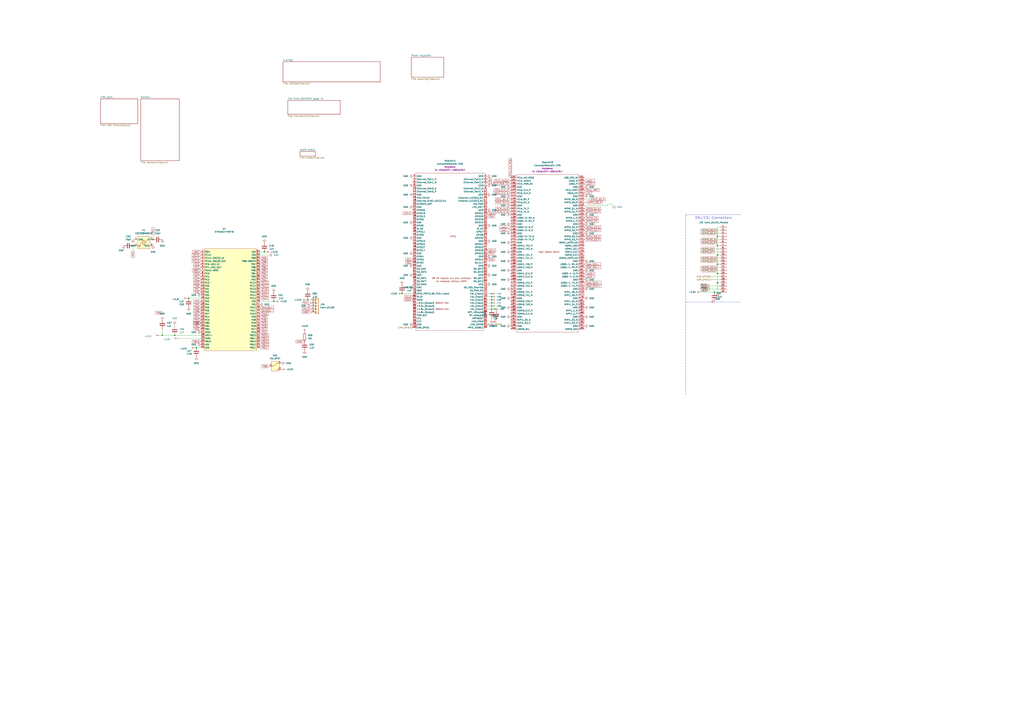
<source format=kicad_sch>
(kicad_sch (version 20250114) (generator "eeschema") (generator_version "9.0")
  (paper "A1")
  (lib_symbols
    (symbol "Connector:Conn_01x22_Socket" (pin_names (offset 1.016) (hide yes))
      (property "Reference" "J" (at 0 27.94 0))
      (property "Value" "Conn_01x22_Socket" (at 0 -30.48 0))
      (symbol "Conn_01x22_Socket_1_1"
        (pin passive line (at -5.08 25.4 0) (length 3.81) (name "Pin_1") (number "1"))
        (pin passive line (at -5.08 22.86 0) (length 3.81) (name "Pin_2") (number "2"))
        (pin passive line (at -5.08 20.32 0) (length 3.81) (name "Pin_3") (number "3"))
        (pin passive line (at -5.08 17.78 0) (length 3.81) (name "Pin_4") (number "4"))
        (pin passive line (at -5.08 15.24 0) (length 3.81) (name "Pin_5") (number "5"))
        (pin passive line (at -5.08 12.7 0) (length 3.81) (name "Pin_6") (number "6"))
        (pin passive line (at -5.08 10.16 0) (length 3.81) (name "Pin_7") (number "7"))
        (pin passive line (at -5.08 7.62 0) (length 3.81) (name "Pin_8") (number "8"))
        (pin passive line (at -5.08 5.08 0) (length 3.81) (name "Pin_9") (number "9"))
        (pin passive line (at -5.08 2.54 0) (length 3.81) (name "Pin_10") (number "10"))
        (pin passive line (at -5.08 0 0) (length 3.81) (name "Pin_11") (number "11"))
        (pin passive line (at -5.08 -2.54 0) (length 3.81) (name "Pin_12") (number "12"))
        (pin passive line (at -5.08 -5.08 0) (length 3.81) (name "Pin_13") (number "13"))
        (pin passive line (at -5.08 -7.62 0) (length 3.81) (name "Pin_14") (number "14"))
        (pin passive line (at -5.08 -10.16 0) (length 3.81) (name "Pin_15") (number "15"))
        (pin passive line (at -5.08 -12.7 0) (length 3.81) (name "Pin_16") (number "16"))
        (pin passive line (at -5.08 -15.24 0) (length 3.81) (name "Pin_17") (number "17"))
        (pin passive line (at -5.08 -17.78 0) (length 3.81) (name "Pin_18") (number "18"))
        (pin passive line (at -5.08 -20.32 0) (length 3.81) (name "Pin_19") (number "19"))
        (pin passive line (at -5.08 -22.86 0) (length 3.81) (name "Pin_20") (number "20"))
        (pin passive line (at -5.08 -25.4 0) (length 3.81) (name "Pin_21") (number "21"))
        (pin passive line (at -5.08 -27.94 0) (length 3.81) (name "Pin_22") (number "22"))
      )
    )
    (symbol "Connector_Generic:Conn_01x05" (pin_names (offset 1.016) (hide yes))
      (property "Reference" "J" (at 0 7.62 0))
      (property "Value" "Conn_01x05" (at 0 -7.62 0))
      (symbol "Conn_01x05_1_1"
        (pin passive line (at -5.08 5.08 0) (length 3.81) (name "Pin_1") (number "1"))
        (pin passive line (at -5.08 2.54 0) (length 3.81) (name "Pin_2") (number "2"))
        (pin passive line (at -5.08 0 0) (length 3.81) (name "Pin_3") (number "3"))
        (pin passive line (at -5.08 -2.54 0) (length 3.81) (name "Pin_4") (number "4"))
        (pin passive line (at -5.08 -5.08 0) (length 3.81) (name "Pin_5") (number "5"))
      )
    )
    (symbol "Device:C" (pin_numbers (hide yes)) (pin_names (offset 0.254))
      (property "Reference" "C" (at 0.635 2.54 0))
      (property "Value" "C" (at 0.635 -2.54 0))
      (symbol "C_1_1"
        (pin passive line (at 0 3.81 270) (length 2.794) (name "~") (number "1"))
        (pin passive line (at 0 -3.81 90) (length 2.794) (name "~") (number "2"))
      )
    )
    (symbol "Device:R" (pin_numbers (hide yes)) (pin_names (offset 0))
      (property "Reference" "R" (at 2.032 0 90))
      (property "Value" "R" (at 0 0 90))
      (symbol "R_1_1"
        (pin passive line (at 0 3.81 270) (length 1.27) (name "~") (number "1"))
        (pin passive line (at 0 -3.81 90) (length 1.27) (name "~") (number "2"))
      )
    )
    (symbol "Switch:SW_SPDT" (pin_names (offset 0) (hide yes))
      (property "Reference" "SW" (at 0 5.08 0))
      (property "Value" "SW_SPDT" (at 0 -5.08 0))
      (symbol "SW_SPDT_1_1"
        (pin passive line (at -5.08 0 0) (length 2.54) (name "B") (number "2"))
        (pin passive line (at 5.08 2.54 180) (length 2.54) (name "A") (number "1"))
        (pin passive line (at 5.08 -2.54 180) (length 2.54) (name "C") (number "3"))
      )
    )
    (symbol "cm5:ComputeModule5-CM5"
      (property "Reference" "Module" (at 113.03 -68.58 0))
      (property "Value" "ComputeModule5-CM5" (at 140.97 2.54 0))
      (property "Field4" "Amphenol" (at 0 0 0))
      (property "Field5" "2x 10164227-1001A1RLF" (at 0 -2.54 0))
      (symbol "ComputeModule5-CM5_1_0"
        (text "GPIO" (at 0 6.35 0) (effects (font (size 1.27 1.27))))
      )
      (symbol "ComputeModule5-CM5_1_1"
        (text "600mA Max" (at -8.89 -48.26 0) (effects (font (size 1.27 1.27))))
        (text "600mA Max" (at -8.89 -53.34 0) (effects (font (size 1.27 1.27))))
        (text "NB SD signals are only available" (at -1.27 -27.94 0) (effects (font (size 1.27 1.27))))
        (text "on modules without eMMC" (at -1.27 -30.48 0) (effects (font (size 1.27 1.27))))
        (pin power_in line (at -33.02 55.88 0) (length 2.54) (name "GND") (number "2"))
        (pin passive line (at -33.02 53.34 0) (length 2.54) (name "Ethernet_Pair1_P") (number "4"))
        (pin passive line (at -33.02 50.8 0) (length 2.54) (name "Ethernet_Pair1_N") (number "6"))
        (pin power_in line (at -33.02 48.26 0) (length 2.54) (name "GND") (number "8"))
        (pin passive line (at -33.02 45.72 0) (length 2.54) (name "Ethernet_Pair0_N") (number "10"))
        (pin passive line (at -33.02 43.18 0) (length 2.54) (name "Ethernet_Pair0_P") (number "12"))
        (pin power_in line (at -33.02 40.64 0) (length 2.54) (name "GND") (number "14"))
        (pin input line (at -33.02 38.1 0) (length 2.54) (name "FAN_TACHO") (number "16"))
        (pin input line (at -33.02 35.56 0) (length 2.54) (name "Ethernet_SYNC_OUT(3.3v)") (number "18"))
        (pin passive line (at -33.02 33.02 0) (length 2.54) (name "EEPROM_nWP") (number "20"))
        (pin power_in line (at -33.02 30.48 0) (length 2.54) (name "GND") (number "22"))
        (pin passive line (at -33.02 27.94 0) (length 2.54) (name "GPIO26") (number "24"))
        (pin passive line (at -33.02 25.4 0) (length 2.54) (name "GPIO19") (number "26"))
        (pin passive line (at -33.02 22.86 0) (length 2.54) (name "GPIO13") (number "28"))
        (pin passive line (at -33.02 20.32 0) (length 2.54) (name "GPIO6") (number "30"))
        (pin power_in line (at -33.02 17.78 0) (length 2.54) (name "GND") (number "32"))
        (pin passive line (at -33.02 15.24 0) (length 2.54) (name "GPIO5") (number "34"))
        (pin passive line (at -33.02 12.7 0) (length 2.54) (name "ID_SD") (number "36"))
        (pin passive line (at -33.02 10.16 0) (length 2.54) (name "GPIO11") (number "38"))
        (pin passive line (at -33.02 7.62 0) (length 2.54) (name "GPIO9") (number "40"))
        (pin power_in line (at -33.02 5.08 0) (length 2.54) (name "GND") (number "42"))
        (pin passive line (at -33.02 2.54 0) (length 2.54) (name "GPIO10") (number "44"))
        (pin passive line (at -33.02 0 0) (length 2.54) (name "GPIO22") (number "46"))
        (pin passive line (at -33.02 -2.54 0) (length 2.54) (name "GPIO27") (number "48"))
        (pin passive line (at -33.02 -5.08 0) (length 2.54) (name "GPIO17") (number "50"))
        (pin power_in line (at -33.02 -7.62 0) (length 2.54) (name "GND") (number "52"))
        (pin passive line (at -33.02 -10.16 0) (length 2.54) (name "GPIO4") (number "54"))
        (pin passive line (at -33.02 -12.7 0) (length 2.54) (name "GPIO3") (number "56"))
        (pin passive line (at -33.02 -15.24 0) (length 2.54) (name "GPIO2") (number "58"))
        (pin power_in line (at -33.02 -17.78 0) (length 2.54) (name "GND") (number "60"))
        (pin passive line (at -33.02 -20.32 0) (length 2.54) (name "SD_CMD") (number "62"))
        (pin passive line (at -33.02 -22.86 0) (length 2.54) (name "SD_DAT5") (number "64"))
        (pin power_in line (at -33.02 -25.4 0) (length 2.54) (name "GND") (number "66"))
        (pin passive line (at -33.02 -27.94 0) (length 2.54) (name "SD_DAT4") (number "68"))
        (pin passive line (at -33.02 -30.48 0) (length 2.54) (name "SD_DAT7") (number "70"))
        (pin passive line (at -33.02 -33.02 0) (length 2.54) (name "SD_DAT6") (number "72"))
        (pin power_in line (at -33.02 -35.56 0) (length 2.54) (name "GND") (number "74"))
        (pin passive line (at -33.02 -38.1 0) (length 2.54) (name "VBAT") (number "76"))
        (pin power_in line (at -33.02 -40.64 0) (length 2.54) (name "GPIO_VREF(1.8v/3.3v_Input)") (number "78"))
        (pin passive line (at -33.02 -43.18 0) (length 2.54) (name "SCL0") (number "80"))
        (pin passive line (at -33.02 -45.72 0) (length 2.54) (name "SDA0") (number "82"))
        (pin power_out line (at -33.02 -48.26 0) (length 2.54) (name "+3.3v_(Output)") (number "84"))
        (pin passive line (at -33.02 -50.8 0) (length 2.54) (name "+3.3v_(Output)") (number "86"))
        (pin power_out line (at -33.02 -53.34 0) (length 2.54) (name "+1.8v_(Output)") (number "88"))
        (pin passive line (at -33.02 -55.88 0) (length 2.54) (name "+1.8v_(Output)") (number "90"))
        (pin passive line (at -33.02 -58.42 0) (length 2.54) (name "PWR_BUT") (number "92"))
        (pin passive line (at -33.02 -60.96 0) (length 2.54) (name "CC1") (number "94"))
        (pin passive line (at -33.02 -63.5 0) (length 2.54) (name "CC2") (number "96"))
        (pin power_in line (at -33.02 -66.04 0) (length 2.54) (name "GND") (number "98"))
        (pin passive line (at -33.02 -68.58 0) (length 2.54) (name "CAM_GPIO1") (number "100"))
        (pin power_in line (at 27.94 55.88 180) (length 2.54) (name "GND") (number "1"))
        (pin passive line (at 27.94 53.34 180) (length 2.54) (name "Ethernet_Pair3_P") (number "3"))
        (pin passive line (at 27.94 50.8 180) (length 2.54) (name "Ethernet_Pair3_N") (number "5"))
        (pin power_in line (at 27.94 48.26 180) (length 2.54) (name "GND") (number "7"))
        (pin passive line (at 27.94 45.72 180) (length 2.54) (name "Ethernet_Pair2_N") (number "9"))
        (pin passive line (at 27.94 43.18 180) (length 2.54) (name "Ethernet_Pair2_P") (number "11"))
        (pin power_in line (at 27.94 40.64 180) (length 2.54) (name "GND") (number "13"))
        (pin output line (at 27.94 38.1 180) (length 2.54) (name "Ethernet_nLED3(3.3v)") (number "15"))
        (pin output line (at 27.94 35.56 180) (length 2.54) (name "Ethernet_nLED2(3.3v)") (number "17"))
        (pin output line (at 27.94 33.02 180) (length 2.54) (name "FAN_PWM") (number "19"))
        (pin open_collector line (at 27.94 30.48 180) (length 2.54) (name "LED_nACT") (number "21"))
        (pin power_in line (at 27.94 27.94 180) (length 2.54) (name "GND") (number "23"))
        (pin passive line (at 27.94 25.4 180) (length 2.54) (name "GPIO21") (number "25"))
        (pin passive line (at 27.94 22.86 180) (length 2.54) (name "GPIO20") (number "27"))
        (pin passive line (at 27.94 20.32 180) (length 2.54) (name "GPIO16") (number "29"))
        (pin passive line (at 27.94 17.78 180) (length 2.54) (name "GPIO12") (number "31"))
        (pin power_in line (at 27.94 15.24 180) (length 2.54) (name "GND") (number "33"))
        (pin passive line (at 27.94 12.7 180) (length 2.54) (name "ID_SC") (number "35"))
        (pin passive line (at 27.94 10.16 180) (length 2.54) (name "GPIO7") (number "37"))
        (pin passive line (at 27.94 7.62 180) (length 2.54) (name "GPIO8") (number "39"))
        (pin passive line (at 27.94 5.08 180) (length 2.54) (name "GPIO25") (number "41"))
        (pin power_in line (at 27.94 2.54 180) (length 2.54) (name "GND") (number "43"))
        (pin passive line (at 27.94 0 180) (length 2.54) (name "GPIO24") (number "45"))
        (pin passive line (at 27.94 -2.54 180) (length 2.54) (name "GPIO23") (number "47"))
        (pin passive line (at 27.94 -5.08 180) (length 2.54) (name "GPIO18") (number "49"))
        (pin passive line (at 27.94 -7.62 180) (length 2.54) (name "GPIO15") (number "51"))
        (pin power_in line (at 27.94 -10.16 180) (length 2.54) (name "GND") (number "53"))
        (pin passive line (at 27.94 -12.7 180) (length 2.54) (name "GPIO14") (number "55"))
        (pin passive line (at 27.94 -15.24 180) (length 2.54) (name "SD_CLK") (number "57"))
        (pin power_in line (at 27.94 -17.78 180) (length 2.54) (name "GND") (number "59"))
        (pin passive line (at 27.94 -20.32 180) (length 2.54) (name "SD_DAT3") (number "61"))
        (pin passive line (at 27.94 -22.86 180) (length 2.54) (name "SD_DAT0") (number "63"))
        (pin power_in line (at 27.94 -25.4 180) (length 2.54) (name "GND") (number "65"))
        (pin passive line (at 27.94 -27.94 180) (length 2.54) (name "SD_DAT1") (number "67"))
        (pin passive line (at 27.94 -30.48 180) (length 2.54) (name "SD_DAT2") (number "69"))
        (pin power_in line (at 27.94 -33.02 180) (length 2.54) (name "GND") (number "71"))
        (pin input line (at 27.94 -35.56 180) (length 2.54) (name "SD_VDD_Override") (number "73"))
        (pin output line (at 27.94 -38.1 180) (length 2.54) (name "SD_PWR_ON") (number "75"))
        (pin power_in line (at 27.94 -40.64 180) (length 2.54) (name "+5v_(Input)") (number "77"))
        (pin power_in line (at 27.94 -43.18 180) (length 2.54) (name "+5v_(Input)") (number "79"))
        (pin power_in line (at 27.94 -45.72 180) (length 2.54) (name "+5v_(Input)") (number "81"))
        (pin power_in line (at 27.94 -48.26 180) (length 2.54) (name "+5v_(Input)") (number "83"))
        (pin power_in line (at 27.94 -50.8 180) (length 2.54) (name "+5v_(Input)") (number "85"))
        (pin power_in line (at 27.94 -53.34 180) (length 2.54) (name "+5v_(Input)") (number "87"))
        (pin input line (at 27.94 -55.88 180) (length 2.54) (name "WiFi_nDisable") (number "89"))
        (pin input line (at 27.94 -58.42 180) (length 2.54) (name "BT_nDisable") (number "91"))
        (pin input line (at 27.94 -60.96 180) (length 2.54) (name "nRPIBOOT") (number "93"))
        (pin output line (at 27.94 -63.5 180) (length 2.54) (name "LED_nPWR") (number "95"))
        (pin passive line (at 27.94 -66.04 180) (length 2.54) (name "CAM_GPIO0") (number "97"))
        (pin input line (at 27.94 -68.58 180) (length 2.54) (name "PMIC_ENABLE") (number "99"))
      )
      (symbol "ComputeModule5-CM5_2_1"
        (text "High Speed Serial" (at 140.97 0 0) (effects (font (size 1.27 1.27))))
        (pin input line (at 109.22 60.96 0) (length 5.08) (name "PCIe_nCLKREQ") (number "102"))
        (pin input line (at 109.22 58.42 0) (length 5.08) (name "PCIE_nWAKE") (number "104"))
        (pin output line (at 109.22 55.88 0) (length 5.08) (name "PCIE_PWR_EN") (number "106"))
        (pin power_in line (at 109.22 53.34 0) (length 5.08) (name "GND") (number "108"))
        (pin output line (at 109.22 50.8 0) (length 5.08) (name "PCIe_CLK_P") (number "110"))
        (pin output line (at 109.22 48.26 0) (length 5.08) (name "PCIe_CLK_N") (number "112"))
        (pin power_in line (at 109.22 45.72 0) (length 5.08) (name "GND") (number "114"))
        (pin input line (at 109.22 43.18 0) (length 5.08) (name "PCIe_RX_P") (number "116"))
        (pin input line (at 109.22 40.64 0) (length 5.08) (name "PCIe_RX_N") (number "118"))
        (pin power_in line (at 109.22 38.1 0) (length 5.08) (name "GND") (number "120"))
        (pin output line (at 109.22 35.56 0) (length 5.08) (name "PCIe_TX_P") (number "122"))
        (pin output line (at 109.22 33.02 0) (length 5.08) (name "PCIe_TX_N") (number "124"))
        (pin power_in line (at 109.22 30.48 0) (length 5.08) (name "GND") (number "126"))
        (pin input line (at 109.22 27.94 0) (length 5.08) (name "USB3-0-RX_N") (number "128"))
        (pin input line (at 109.22 25.4 0) (length 5.08) (name "USB3-0-RX_P") (number "130"))
        (pin power_in line (at 109.22 22.86 0) (length 5.08) (name "GND") (number "132"))
        (pin passive line (at 109.22 20.32 0) (length 5.08) (name "USB3-0-D_P") (number "134"))
        (pin passive line (at 109.22 17.78 0) (length 5.08) (name "USB3-0-D_N") (number "136"))
        (pin power_in line (at 109.22 15.24 0) (length 5.08) (name "GND") (number "138"))
        (pin output line (at 109.22 12.7 0) (length 5.08) (name "USB3-0-TX_N") (number "140"))
        (pin output line (at 109.22 10.16 0) (length 5.08) (name "USB3-0-TX_P") (number "142"))
        (pin power_in line (at 109.22 7.62 0) (length 5.08) (name "GND") (number "144"))
        (pin output line (at 109.22 5.08 0) (length 5.08) (name "HDMI1_TX2_P") (number "146"))
        (pin output line (at 109.22 2.54 0) (length 5.08) (name "HDMI1_TX2_N") (number "148"))
        (pin power_in line (at 109.22 0 0) (length 5.08) (name "GND") (number "150"))
        (pin output line (at 109.22 -2.54 0) (length 5.08) (name "HDMI1_TX1_P") (number "152"))
        (pin output line (at 109.22 -5.08 0) (length 5.08) (name "HDMI1_TX1_N") (number "154"))
        (pin power_in line (at 109.22 -7.62 0) (length 5.08) (name "GND") (number "156"))
        (pin output line (at 109.22 -10.16 0) (length 5.08) (name "HDMI1_TX0_P") (number "158"))
        (pin output line (at 109.22 -12.7 0) (length 5.08) (name "HDMI1_TX0_N") (number "160"))
        (pin power_in line (at 109.22 -15.24 0) (length 5.08) (name "GND") (number "162"))
        (pin output line (at 109.22 -17.78 0) (length 5.08) (name "HDMI1_CLK_P") (number "164"))
        (pin output line (at 109.22 -20.32 0) (length 5.08) (name "HDMI1_CLK_N") (number "166"))
        (pin power_in line (at 109.22 -22.86 0) (length 5.08) (name "GND") (number "168"))
        (pin output line (at 109.22 -25.4 0) (length 5.08) (name "HDMI0_TX2_P") (number "170"))
        (pin output line (at 109.22 -27.94 0) (length 5.08) (name "HDMI0_TX2_N") (number "172"))
        (pin power_in line (at 109.22 -30.48 0) (length 5.08) (name "GND") (number "174"))
        (pin output line (at 109.22 -33.02 0) (length 5.08) (name "HDMI0_TX1_P") (number "176"))
        (pin output line (at 109.22 -35.56 0) (length 5.08) (name "HDMI0_TX1_N") (number "178"))
        (pin power_in line (at 109.22 -38.1 0) (length 5.08) (name "GND") (number "180"))
        (pin output line (at 109.22 -40.64 0) (length 5.08) (name "HDMI0_TX0_P") (number "182"))
        (pin output line (at 109.22 -43.18 0) (length 5.08) (name "HDMI0_TX0_N") (number "184"))
        (pin power_in line (at 109.22 -45.72 0) (length 5.08) (name "GND") (number "186"))
        (pin output line (at 109.22 -48.26 0) (length 5.08) (name "HDMI0_CLK_P") (number "188"))
        (pin output line (at 109.22 -50.8 0) (length 5.08) (name "HDMI0_CLK_N") (number "190"))
        (pin power_in line (at 109.22 -53.34 0) (length 5.08) (name "GND") (number "192"))
        (pin output line (at 109.22 -55.88 0) (length 5.08) (name "MIPI1_D3_N") (number "194"))
        (pin output line (at 109.22 -58.42 0) (length 5.08) (name "MIPI1_D3_P") (number "196"))
        (pin power_in line (at 109.22 -60.96 0) (length 5.08) (name "GND") (number "198"))
        (pin open_collector line (at 109.22 -63.5 0) (length 5.08) (name "HDMI0_SCL") (number "200"))
        (pin input line (at 170.18 60.96 180) (length 5.08) (name "USB_OTG_ID") (number "101"))
        (pin passive line (at 170.18 58.42 180) (length 5.08) (name "USB2_N") (number "103"))
        (pin passive line (at 170.18 55.88 180) (length 5.08) (name "USB2_P") (number "105"))
        (pin power_in line (at 170.18 53.34 180) (length 5.08) (name "GND") (number "107"))
        (pin output line (at 170.18 50.8 180) (length 5.08) (name "PCIe_nRST") (number "109"))
        (pin output line (at 170.18 48.26 180) (length 5.08) (name "VBUS_EN") (number "111"))
        (pin power_in line (at 170.18 45.72 180) (length 5.08) (name "GND") (number "113"))
        (pin input line (at 170.18 43.18 180) (length 5.08) (name "MIPI0_D0_N") (number "115"))
        (pin input line (at 170.18 40.64 180) (length 5.08) (name "MIPI0_D0_P") (number "117"))
        (pin power_in line (at 170.18 38.1 180) (length 5.08) (name "GND") (number "119"))
        (pin input line (at 170.18 35.56 180) (length 5.08) (name "MIPI0_D1_N") (number "121"))
        (pin input line (at 170.18 33.02 180) (length 5.08) (name "MIPI0_D1_P") (number "123"))
        (pin power_in line (at 170.18 30.48 180) (length 5.08) (name "GND") (number "125"))
        (pin input line (at 170.18 27.94 180) (length 5.08) (name "MIPI0_C_N") (number "127"))
        (pin input line (at 170.18 25.4 180) (length 5.08) (name "MIPI0_C_P") (number "129"))
        (pin power_in line (at 170.18 22.86 180) (length 5.08) (name "GND") (number "131"))
        (pin input line (at 170.18 20.32 180) (length 5.08) (name "MIPI0_D2_N") (number "133"))
        (pin input line (at 170.18 17.78 180) (length 5.08) (name "MIPI0_D2_P") (number "135"))
        (pin power_in line (at 170.18 15.24 180) (length 5.08) (name "GND") (number "137"))
        (pin input line (at 170.18 12.7 180) (length 5.08) (name "MIPI0_D3_N") (number "139"))
        (pin input line (at 170.18 10.16 180) (length 5.08) (name "MIPI0_D3_P") (number "141"))
        (pin input line (at 170.18 7.62 180) (length 5.08) (name "HDMI1_HOTPLUG") (number "143"))
        (pin bidirectional line (at 170.18 5.08 180) (length 5.08) (name "HDMI1_SDA") (number "145"))
        (pin open_collector line (at 170.18 2.54 180) (length 5.08) (name "HDMI1_SCL") (number "147"))
        (pin open_collector line (at 170.18 0 180) (length 5.08) (name "HDMI1_CEC") (number "149"))
        (pin open_collector line (at 170.18 -2.54 180) (length 5.08) (name "HDMI0_CEC") (number "151"))
        (pin input line (at 170.18 -5.08 180) (length 5.08) (name "HDMI0_HOTPLUG") (number "153"))
        (pin power_in line (at 170.18 -7.62 180) (length 5.08) (name "GND") (number "155"))
        (pin input line (at 170.18 -10.16 180) (length 5.08) (name "USB3-1-RX_N") (number "157"))
        (pin input line (at 170.18 -12.7 180) (length 5.08) (name "USB3-1-RX_P") (number "159"))
        (pin power_in line (at 170.18 -15.24 180) (length 5.08) (name "GND") (number "161"))
        (pin passive line (at 170.18 -17.78 180) (length 5.08) (name "USB3-1-D_P") (number "163"))
        (pin passive line (at 170.18 -20.32 180) (length 5.08) (name "USB3-1-D_N") (number "165"))
        (pin power_in line (at 170.18 -22.86 180) (length 5.08) (name "GND") (number "167"))
        (pin output line (at 170.18 -25.4 180) (length 5.08) (name "USB3-1-TX_N") (number "169"))
        (pin output line (at 170.18 -27.94 180) (length 5.08) (name "USB3-1-TX_P") (number "171"))
        (pin power_in line (at 170.18 -30.48 180) (length 5.08) (name "GND") (number "173"))
        (pin output line (at 170.18 -33.02 180) (length 5.08) (name "MIPI1_D0_N") (number "175"))
        (pin output line (at 170.18 -35.56 180) (length 5.08) (name "MIPI1_D0_P") (number "177"))
        (pin power_in line (at 170.18 -38.1 180) (length 5.08) (name "GND") (number "179"))
        (pin output line (at 170.18 -40.64 180) (length 5.08) (name "MIPI1_D1_N") (number "181"))
        (pin output line (at 170.18 -43.18 180) (length 5.08) (name "MIPI1_D1_P") (number "183"))
        (pin power_in line (at 170.18 -45.72 180) (length 5.08) (name "GND") (number "185"))
        (pin output line (at 170.18 -48.26 180) (length 5.08) (name "MIPI1_C_N") (number "187"))
        (pin output line (at 170.18 -50.8 180) (length 5.08) (name "MIPI1_C_P") (number "189"))
        (pin power_in line (at 170.18 -53.34 180) (length 5.08) (name "GND") (number "191"))
        (pin output line (at 170.18 -55.88 180) (length 5.08) (name "MIPI1_D2_N") (number "193"))
        (pin output line (at 170.18 -58.42 180) (length 5.08) (name "MIPI1_D2_P") (number "195"))
        (pin power_in line (at 170.18 -60.96 180) (length 5.08) (name "GND") (number "197"))
        (pin bidirectional line (at 170.18 -63.5 180) (length 5.08) (name "HDMI0_SDA") (number "199"))
      )
    )
    (symbol "easyeda2kicad:STM32G474RET6"
      (property "Reference" "U" (at 0 44.45 0))
      (property "Value" "STM32G474RET6" (at 0 -44.45 0))
      (symbol "STM32G474RET6_0_1"
        (pin unspecified line (at -24.13 39.37 0) (length 2.54) (name "VBAT") (number "1"))
        (pin unspecified line (at -24.13 36.83 0) (length 2.54) (name "PC13") (number "2"))
        (pin unspecified line (at -24.13 34.29 0) (length 2.54) (name "PC14-OSC32_IN") (number "3"))
        (pin unspecified line (at -24.13 31.75 0) (length 2.54) (name "PC15-OSC32_OUT") (number "4"))
        (pin unspecified line (at -24.13 29.21 0) (length 2.54) (name "PF0-OSC_IN") (number "5"))
        (pin unspecified line (at -24.13 26.67 0) (length 2.54) (name "PF1-OSC_OUT") (number "6"))
        (pin unspecified line (at -24.13 24.13 0) (length 2.54) (name "PG10-NRST") (number "7"))
        (pin unspecified line (at -24.13 21.59 0) (length 2.54) (name "PC0") (number "8"))
        (pin unspecified line (at -24.13 19.05 0) (length 2.54) (name "PC1") (number "9"))
        (pin unspecified line (at -24.13 16.51 0) (length 2.54) (name "PC2") (number "10"))
        (pin unspecified line (at -24.13 13.97 0) (length 2.54) (name "PC3") (number "11"))
        (pin unspecified line (at -24.13 11.43 0) (length 2.54) (name "PA0") (number "12"))
        (pin unspecified line (at -24.13 8.89 0) (length 2.54) (name "PA1") (number "13"))
        (pin unspecified line (at -24.13 6.35 0) (length 2.54) (name "PA2") (number "14"))
        (pin unspecified line (at -24.13 3.81 0) (length 2.54) (name "VSS") (number "15"))
        (pin unspecified line (at -24.13 1.27 0) (length 2.54) (name "VDD") (number "16"))
        (pin unspecified line (at -24.13 -1.27 0) (length 2.54) (name "PA3") (number "17"))
        (pin unspecified line (at -24.13 -3.81 0) (length 2.54) (name "PA4") (number "18"))
        (pin unspecified line (at -24.13 -6.35 0) (length 2.54) (name "PA5") (number "19"))
        (pin unspecified line (at -24.13 -8.89 0) (length 2.54) (name "PA6") (number "20"))
        (pin unspecified line (at -24.13 -11.43 0) (length 2.54) (name "PA7") (number "21"))
        (pin unspecified line (at -24.13 -13.97 0) (length 2.54) (name "PC4") (number "22"))
        (pin unspecified line (at -24.13 -16.51 0) (length 2.54) (name "PC5") (number "23"))
        (pin unspecified line (at -24.13 -19.05 0) (length 2.54) (name "PB0") (number "24"))
        (pin unspecified line (at -24.13 -21.59 0) (length 2.54) (name "PB1") (number "25"))
        (pin unspecified line (at -24.13 -24.13 0) (length 2.54) (name "PB2") (number "26"))
        (pin unspecified line (at -24.13 -26.67 0) (length 2.54) (name "VSSA") (number "27"))
        (pin unspecified line (at -24.13 -29.21 0) (length 2.54) (name "VREF+") (number "28"))
        (pin unspecified line (at -24.13 -31.75 0) (length 2.54) (name "VDDA") (number "29"))
        (pin unspecified line (at -24.13 -34.29 0) (length 2.54) (name "PB10") (number "30"))
        (pin unspecified line (at -24.13 -36.83 0) (length 2.54) (name "VSS") (number "31"))
        (pin unspecified line (at -24.13 -39.37 0) (length 2.54) (name "VDD") (number "32"))
        (pin unspecified line (at 24.13 39.37 180) (length 2.54) (name "VDD") (number "64"))
        (pin unspecified line (at 24.13 36.83 180) (length 2.54) (name "VSS") (number "63"))
        (pin unspecified line (at 24.13 34.29 180) (length 2.54) (name "PB9") (number "62"))
        (pin unspecified line (at 24.13 31.75 180) (length 2.54) (name "PB8-BOOT0") (number "61"))
        (pin unspecified line (at 24.13 29.21 180) (length 2.54) (name "PB7") (number "60"))
        (pin unspecified line (at 24.13 26.67 180) (length 2.54) (name "PB6") (number "59"))
        (pin unspecified line (at 24.13 24.13 180) (length 2.54) (name "PB5") (number "58"))
        (pin unspecified line (at 24.13 21.59 180) (length 2.54) (name "PB4") (number "57"))
        (pin unspecified line (at 24.13 19.05 180) (length 2.54) (name "PB3") (number "56"))
        (pin unspecified line (at 24.13 16.51 180) (length 2.54) (name "PD2") (number "55"))
        (pin unspecified line (at 24.13 13.97 180) (length 2.54) (name "PC12") (number "54"))
        (pin unspecified line (at 24.13 11.43 180) (length 2.54) (name "PC11") (number "53"))
        (pin unspecified line (at 24.13 8.89 180) (length 2.54) (name "PC10") (number "52"))
        (pin unspecified line (at 24.13 6.35 180) (length 2.54) (name "PA15") (number "51"))
        (pin unspecified line (at 24.13 3.81 180) (length 2.54) (name "PA14") (number "50"))
        (pin unspecified line (at 24.13 1.27 180) (length 2.54) (name "PA13") (number "49"))
        (pin unspecified line (at 24.13 -1.27 180) (length 2.54) (name "VDD") (number "48"))
        (pin unspecified line (at 24.13 -3.81 180) (length 2.54) (name "VSS") (number "47"))
        (pin unspecified line (at 24.13 -6.35 180) (length 2.54) (name "PA12") (number "46"))
        (pin unspecified line (at 24.13 -8.89 180) (length 2.54) (name "PA11") (number "45"))
        (pin unspecified line (at 24.13 -11.43 180) (length 2.54) (name "PA10") (number "44"))
        (pin unspecified line (at 24.13 -13.97 180) (length 2.54) (name "PA9") (number "43"))
        (pin unspecified line (at 24.13 -16.51 180) (length 2.54) (name "PA8") (number "42"))
        (pin unspecified line (at 24.13 -19.05 180) (length 2.54) (name "PC9") (number "41"))
        (pin unspecified line (at 24.13 -21.59 180) (length 2.54) (name "PC8") (number "40"))
        (pin unspecified line (at 24.13 -24.13 180) (length 2.54) (name "PC7") (number "39"))
        (pin unspecified line (at 24.13 -26.67 180) (length 2.54) (name "PC6") (number "38"))
        (pin unspecified line (at 24.13 -29.21 180) (length 2.54) (name "PB15") (number "37"))
        (pin unspecified line (at 24.13 -31.75 180) (length 2.54) (name "PB14") (number "36"))
        (pin unspecified line (at 24.13 -34.29 180) (length 2.54) (name "PB13") (number "35"))
        (pin unspecified line (at 24.13 -36.83 180) (length 2.54) (name "PB12") (number "34"))
        (pin unspecified line (at 24.13 -39.37 180) (length 2.54) (name "PB11") (number "33"))
      )
    )
    (symbol "easyeda2kicad:X32258MOB4SI"
      (property "Reference" "X" (at 0 7.62 0))
      (property "Value" "X32258MOB4SI" (at 0 -7.62 0))
      (symbol "X32258MOB4SI_0_1"
        (pin input line (at -7.62 2.54 0) (length 2.54) (name "GND") (number "4"))
        (pin input line (at -7.62 -2.54 0) (length 2.54) (name "1") (number "1"))
        (pin input line (at 7.62 2.54 180) (length 2.54) (name "3") (number "3"))
        (pin input line (at 7.62 -2.54 180) (length 2.54) (name "GND") (number "2"))
      )
    )
    (symbol "power:+3.3V" (power) (pin_numbers (hide yes)) (pin_names (offset 0) (hide yes))
      (property "Value" "+3.3V" (at 0 3.556 0))
      (symbol "+3.3V_1_1"
        (pin power_in line (at 0 0 90) (length 0) (name "~") (number "1"))
      )
    )
    (symbol "power:+5V" (power) (pin_numbers (hide yes)) (pin_names (offset 0) (hide yes))
      (property "Value" "+5V" (at 0 3.556 0))
      (symbol "+5V_1_1"
        (pin power_in line (at 0 0 90) (length 0) (name "~") (number "1"))
      )
    )
    (symbol "power:GND" (power) (pin_numbers (hide yes)) (pin_names (offset 0) (hide yes))
      (property "Value" "GND" (at 0 -3.81 0))
      (symbol "GND_1_1"
        (pin power_in line (at 0 0 270) (length 0) (name "~") (number "1"))
      )
    )
  )
  (text "DSI/CSI Connectors" (at 570.865 180.34 0) (effects (font (size 2.0066 2.0066)) (justify left bottom)))
  (junction (at 589.28 224.79) (diameter 1.016))
  (junction (at 403.86 246.38))
  (junction (at 224.79 247.65))
  (junction (at 252.73 246.38))
  (junction (at 161.29 285.75))
  (junction (at 154.94 245.11))
  (junction (at 403.86 241.3))
  (junction (at 133.35 275.59))
  (junction (at 589.28 232.41) (diameter 1.016))
  (junction (at 403.86 248.92))
  (junction (at 330.2 241.3))
  (junction (at 109.22 201.93))
  (junction (at 217.17 207.01))
  (junction (at 586.74 240.03))
  (junction (at 406.4 254))
  (junction (at 589.28 217.17) (diameter 1.016))
  (junction (at 125.73 196.85))
  (junction (at 143.51 275.59))
  (junction (at 589.28 209.55) (diameter 1.016))
  (junction (at 589.28 194.31) (diameter 1.016))
  (junction (at 589.28 201.93) (diameter 1.016))
  (junction (at 403.86 254))
  (junction (at 403.86 251.46))
  (junction (at 403.86 243.84))
  (wire (pts (xy 213.36 207.01) (xy 217.17 207.01)))
  (wire (pts (xy 589.28 194.31) (xy 591.82 194.31)))
  (wire (pts (xy 584.2 227.33) (xy 591.82 227.33)))
  (wire (pts (xy 154.94 245.11) (xy 153.67 245.11)))
  (wire (pts (xy 403.86 248.92) (xy 403.86 251.46)))
  (wire (pts (xy 403.86 241.3) (xy 403.86 243.84)))
  (wire (pts (xy 161.29 285.75) (xy 160.02 285.75)))
  (polyline (pts (xy 563.245 248.285) (xy 608.33 248.285)) (stroke (width 0) (type dash)))
  (wire (pts (xy 575.31 199.39) (xy 591.82 199.39)))
  (wire (pts (xy 133.35 275.59) (xy 143.51 275.59)))
  (wire (pts (xy 589.28 224.79) (xy 591.82 224.79)))
  (wire (pts (xy 403.86 254) (xy 400.05 254)))
  (polyline (pts (xy 563.245 176.53) (xy 608.838 176.53)) (stroke (width 0) (type dash)))
  (wire (pts (xy 589.28 201.93) (xy 591.82 201.93)))
  (wire (pts (xy 589.28 224.79) (xy 589.28 232.41)))
  (wire (pts (xy 407.67 262.89) (xy 406.4 262.89)))
  (polyline (pts (xy 563.245 324.485) (xy 563.245 176.53)) (stroke (width 0) (type dash)))
  (wire (pts (xy 589.28 232.41) (xy 589.28 241.3)))
  (wire (pts (xy 575.31 214.63) (xy 591.82 214.63)))
  (wire (pts (xy 589.28 186.69) (xy 589.28 194.31)))
  (wire (pts (xy 403.86 251.46) (xy 403.86 254)))
  (wire (pts (xy 403.86 243.84) (xy 400.05 243.84)))
  (wire (pts (xy 575.31 207.01) (xy 591.82 207.01)))
  (wire (pts (xy 589.28 217.17) (xy 589.28 224.79)))
  (wire (pts (xy 330.2 241.3) (xy 339.09 241.3)))
  (wire (pts (xy 251.46 246.38) (xy 252.73 246.38)))
  (wire (pts (xy 154.94 245.11) (xy 165.1 245.11)))
  (wire (pts (xy 575.31 189.23) (xy 591.82 189.23)))
  (wire (pts (xy 213.36 247.65) (xy 224.79 247.65)))
  (wire (pts (xy 499.11 167.64) (xy 502.92 167.64)))
  (wire (pts (xy 591.82 240.03) (xy 586.74 240.03)))
  (wire (pts (xy 591.82 186.69) (xy 589.28 186.69)))
  (wire (pts (xy 109.22 201.93) (xy 109.22 205.74)))
  (wire (pts (xy 403.86 243.84) (xy 403.86 246.38)))
  (wire (pts (xy 575.31 240.03) (xy 586.74 240.03)))
  (wire (pts (xy 584.2 229.87) (xy 591.82 229.87)))
  (wire (pts (xy 143.51 266.7) (xy 143.51 267.97)))
  (wire (pts (xy 403.86 261.62) (xy 403.86 262.89)))
  (wire (pts (xy 125.73 193.04) (xy 125.73 196.85)))
  (wire (pts (xy 407.67 254) (xy 406.4 254)))
  (wire (pts (xy 483.87 163.83) (xy 480.06 163.83)))
  (wire (pts (xy 575.31 219.71) (xy 591.82 219.71)))
  (wire (pts (xy 502.92 170.18) (xy 502.92 167.64)))
  (wire (pts (xy 575.31 204.47) (xy 591.82 204.47)))
  (wire (pts (xy 109.22 201.93) (xy 110.49 201.93)))
  (wire (pts (xy 403.86 246.38) (xy 400.05 246.38)))
  (wire (pts (xy 252.73 246.38) (xy 255.27 246.38)))
  (wire (pts (xy 133.35 270.51) (xy 133.35 275.59)))
  (wire (pts (xy 109.22 196.85) (xy 110.49 196.85)))
  (wire (pts (xy 403.86 254) (xy 406.4 254)))
  (wire (pts (xy 403.86 251.46) (xy 400.05 251.46)))
  (wire (pts (xy 499.11 167.64) (xy 499.11 168.91)))
  (wire (pts (xy 575.31 222.25) (xy 591.82 222.25)))
  (wire (pts (xy 575.31 196.85) (xy 591.82 196.85)))
  (wire (pts (xy 165.1 285.75) (xy 161.29 285.75)))
  (wire (pts (xy 589.28 217.17) (xy 591.82 217.17)))
  (wire (pts (xy 146.05 278.13) (xy 165.1 278.13)))
  (wire (pts (xy 591.82 234.95) (xy 575.31 234.95)))
  (wire (pts (xy 403.86 246.38) (xy 403.86 248.92)))
  (wire (pts (xy 589.28 232.41) (xy 591.82 232.41)))
  (wire (pts (xy 220.98 209.55) (xy 213.36 209.55)))
  (wire (pts (xy 591.82 237.49) (xy 575.31 237.49)))
  (wire (pts (xy 403.86 248.92) (xy 400.05 248.92)))
  (wire (pts (xy 403.86 241.3) (xy 400.05 241.3)))
  (wire (pts (xy 575.31 191.77) (xy 591.82 191.77)))
  (wire (pts (xy 589.28 194.31) (xy 589.28 201.93)))
  (wire (pts (xy 130.81 275.59) (xy 133.35 275.59)))
  (wire (pts (xy 589.28 201.93) (xy 589.28 209.55)))
  (wire (pts (xy 575.31 212.09) (xy 591.82 212.09)))
  (wire (pts (xy 589.28 209.55) (xy 589.28 217.17)))
  (wire (pts (xy 589.28 209.55) (xy 591.82 209.55)))
  (wire (pts (xy 499.11 168.91) (xy 480.06 168.91)))
  (wire (pts (xy 143.51 275.59) (xy 165.1 275.59)))
  (wire (pts (xy 217.17 207.01) (xy 218.44 207.01)))
  (wire (pts (xy 407.67 255.27) (xy 407.67 254)))
  (wire (pts (xy 224.79 247.65) (xy 226.06 247.65)))
  (wire (pts (xy 481.33 166.37) (xy 480.06 166.37)))
  (label "+3.3v" (at 575.31 240.03 0))
  (label "SCL0" (at 575.31 234.95 0))
  (label "SDA0" (at 575.31 237.49 0))
  (global_label "PC4" (shape input) (at 400.05 208.28 0) (property "Intersheetrefs" "${INTERSHEET_REFS}" (effects (hide yes))))
  (global_label "MIPIO_D3_N" (shape input) (at 575.31 219.71 0) (property "Intersheetrefs" "${INTERSHEET_REFS}" (effects (hide yes))))
  (global_label "PC12" (shape input) (at 213.36 232.41 0) (property "Intersheetrefs" "${INTERSHEET_REFS}" (effects (hide yes))))
  (global_label "PB11" (shape input) (at 213.36 285.75 0) (property "Intersheetrefs" "${INTERSHEET_REFS}" (effects (hide yes))))
  (global_label "PB2" (shape input) (at 165.1 270.51 180) (property "Intersheetrefs" "${INTERSHEET_REFS}" (effects (hide yes))))
  (global_label "PF0" (shape input) (at 165.1 217.17 180) (property "Intersheetrefs" "${INTERSHEET_REFS}" (effects (hide yes))))
  (global_label "PB14" (shape input) (at 213.36 278.13 0) (property "Intersheetrefs" "${INTERSHEET_REFS}" (effects (hide yes))))
  (global_label "PB9" (shape input) (at 213.36 212.09 0) (property "Intersheetrefs" "${INTERSHEET_REFS}" (effects (hide yes))))
  (global_label "PC3" (shape input) (at 165.1 232.41 180) (property "Intersheetrefs" "${INTERSHEET_REFS}" (effects (hide yes))))
  (global_label "PC8" (shape input) (at 213.36 267.97 0) (property "Intersheetrefs" "${INTERSHEET_REFS}" (effects (hide yes))))
  (global_label "NRST" (shape input) (at 250.19 280.67 180) (property "Intersheetrefs" "${INTERSHEET_REFS}" (effects (hide yes))))
  (global_label "PA13" (shape input) (at 255.27 254 180) (property "Intersheetrefs" "${INTERSHEET_REFS}" (effects (hide yes))))
  (global_label "SDA" (shape input) (at 339.09 215.9 180) (property "Intersheetrefs" "${INTERSHEET_REFS}" (effects (hide yes))))
  (global_label "PA1" (shape input) (at 165.1 237.49 180) (property "Intersheetrefs" "${INTERSHEET_REFS}" (effects (hide yes))))
  (global_label "SCL" (shape input) (at 339.09 213.36 180) (property "Intersheetrefs" "${INTERSHEET_REFS}" (effects (hide yes))))
  (global_label "PCIe_nRST" (shape input) (at 480.06 156.21 0) (property "Intersheetrefs" "${INTERSHEET_REFS}" (effects (hide yes))))
  (global_label "PA0" (shape input) (at 165.1 234.95 180) (property "Intersheetrefs" "${INTERSHEET_REFS}" (effects (hide yes))))
  (global_label "PB4" (shape input) (at 213.36 224.79 0) (property "Intersheetrefs" "${INTERSHEET_REFS}" (effects (hide yes))))
  (global_label "PCIe_CLK_N" (shape input) (at 419.1 158.75 180) (property "Intersheetrefs" "${INTERSHEET_REFS}" (effects (hide yes))))
  (global_label "usb2+" (shape input) (at 480.06 151.13 0) (property "Intersheetrefs" "${INTERSHEET_REFS}" (effects (hide yes))))
  (global_label "usb1-" (shape input) (at 419.1 189.23 180) (property "Intersheetrefs" "${INTERSHEET_REFS}" (effects (hide yes))))
  (global_label "PC0" (shape input) (at 165.1 224.79 180) (property "Intersheetrefs" "${INTERSHEET_REFS}" (effects (hide yes))))
  (global_label "NRST" (shape input) (at 165.1 222.25 180) (property "Intersheetrefs" "${INTERSHEET_REFS}" (effects (hide yes))))
  (global_label "PC9" (shape input) (at 213.36 265.43 0) (property "Intersheetrefs" "${INTERSHEET_REFS}" (effects (hide yes))))
  (global_label "PB7" (shape input) (at 213.36 217.17 0) (property "Intersheetrefs" "${INTERSHEET_REFS}" (effects (hide yes))))
  (global_label "PC14" (shape input) (at 165.1 212.09 180) (property "Intersheetrefs" "${INTERSHEET_REFS}" (effects (hide yes))))
  (global_label "PF1" (shape input) (at 165.1 219.71 180) (property "Intersheetrefs" "${INTERSHEET_REFS}" (effects (hide yes))))
  (global_label "PB10" (shape input) (at 165.1 280.67 180) (property "Intersheetrefs" "${INTERSHEET_REFS}" (effects (hide yes))))
  (global_label "PC5" (shape input) (at 165.1 262.89 180) (property "Intersheetrefs" "${INTERSHEET_REFS}" (effects (hide yes))))
  (global_label "PC5" (shape input) (at 400.05 213.36 0) (property "Intersheetrefs" "${INTERSHEET_REFS}" (effects (hide yes))))
  (global_label "PA4" (shape input) (at 165.1 250.19 180) (property "Intersheetrefs" "${INTERSHEET_REFS}" (effects (hide yes))))
  (global_label "PC10" (shape input) (at 213.36 237.49 0) (property "Intersheetrefs" "${INTERSHEET_REFS}" (effects (hide yes))))
  (global_label "PB5" (shape input) (at 213.36 222.25 0) (property "Intersheetrefs" "${INTERSHEET_REFS}" (effects (hide yes))))
  (global_label "PB8" (shape input) (at 213.36 214.63 0) (property "Intersheetrefs" "${INTERSHEET_REFS}" (effects (hide yes))))
  (global_label "PC2" (shape input) (at 165.1 229.87 180) (property "Intersheetrefs" "${INTERSHEET_REFS}" (effects (hide yes))))
  (global_label "StdA_SSTX-" (shape input) (at 480.06 232.41 0) (property "Intersheetrefs" "${INTERSHEET_REFS}" (effects (hide yes))))
  (global_label "PDN" (shape input) (at 400.05 177.8 0) (property "Intersheetrefs" "${INTERSHEET_REFS}" (effects (hide yes))))
  (global_label "PB0" (shape input) (at 165.1 265.43 180) (property "Intersheetrefs" "${INTERSHEET_REFS}" (effects (hide yes))))
  (global_label "PA2" (shape input) (at 165.1 240.03 180) (property "Intersheetrefs" "${INTERSHEET_REFS}" (effects (hide yes))))
  (global_label "MIPIO_D1_P" (shape input) (at 575.31 199.39 0) (property "Intersheetrefs" "${INTERSHEET_REFS}" (effects (hide yes))))
  (global_label "PCIe_nWake" (shape input) (at 419.1 148.59 180) (property "Intersheetrefs" "${INTERSHEET_REFS}" (effects (hide yes))))
  (global_label "MIPIO_CN" (shape input) (at 575.31 204.47 0) (property "Intersheetrefs" "${INTERSHEET_REFS}" (effects (hide yes))))
  (global_label "PCIE_RX_N" (shape input) (at 419.1 166.37 180) (property "Intersheetrefs" "${INTERSHEET_REFS}" (effects (hide yes))))
  (global_label "usb2-" (shape input) (at 480.06 148.59 0) (property "Intersheetrefs" "${INTERSHEET_REFS}" (effects (hide yes))))
  (global_label "PC1" (shape input) (at 165.1 227.33 180) (property "Intersheetrefs" "${INTERSHEET_REFS}" (effects (hide yes))))
  (global_label "PA14" (shape input) (at 255.27 248.92 180) (property "Intersheetrefs" "${INTERSHEET_REFS}" (effects (hide yes))))
  (global_label "usb3-" (shape input) (at 480.06 227.33 0) (property "Intersheetrefs" "${INTERSHEET_REFS}" (effects (hide yes))))
  (global_label "MIPIO_D3_P" (shape input) (at 575.31 222.25 0) (property "Intersheetrefs" "${INTERSHEET_REFS}" (effects (hide yes))))
  (global_label "StdA_SSTX+" (shape input) (at 480.06 234.95 0) (property "Intersheetrefs" "${INTERSHEET_REFS}" (effects (hide yes))))
  (global_label "PB15" (shape input) (at 213.36 275.59 0) (property "Intersheetrefs" "${INTERSHEET_REFS}" (effects (hide yes))))
  (global_label "PD2" (shape input) (at 213.36 229.87 0) (property "Intersheetrefs" "${INTERSHEET_REFS}" (effects (hide yes))))
  (global_label "5" (shape input) (at 400.05 149.86 0) (property "Intersheetrefs" "${INTERSHEET_REFS}" (effects (hide yes))))
  (global_label "MIPIO_CN" (shape input) (at 480.06 179.07 0) (property "Intersheetrefs" "${INTERSHEET_REFS}" (effects (hide yes))))
  (global_label "MIPIO_D2_N" (shape input) (at 480.06 186.69 0) (property "Intersheetrefs" "${INTERSHEET_REFS}" (effects (hide yes))))
  (global_label "PB2" (shape input) (at 133.8365 257.095 180) (property "Intersheetrefs" "${INTERSHEET_REFS}" (effects (hide yes))))
  (global_label "PF1" (shape input) (at 125.73 193.04 90) (property "Intersheetrefs" "${INTERSHEET_REFS}" (effects (hide yes))))
  (global_label "3" (shape input) (at 400.05 147.32 0) (property "Intersheetrefs" "${INTERSHEET_REFS}" (effects (hide yes))))
  (global_label "MIPIO_D2_P" (shape input) (at 480.06 189.23 0) (property "Intersheetrefs" "${INTERSHEET_REFS}" (effects (hide yes))))
  (global_label "PA9" (shape input) (at 213.36 260.35 0) (property "Intersheetrefs" "${INTERSHEET_REFS}" (effects (hide yes))))
  (global_label "111" (shape input) (at 480.06 158.75 0) (property "Intersheetrefs" "${INTERSHEET_REFS}" (effects (hide yes))))
  (global_label "MIPIO_CP" (shape input) (at 575.31 207.01 0) (property "Intersheetrefs" "${INTERSHEET_REFS}" (effects (hide yes))))
  (global_label "MIPIO_CP" (shape input) (at 480.06 181.61 0) (property "Intersheetrefs" "${INTERSHEET_REFS}" (effects (hide yes))))
  (global_label "PA15" (shape input) (at 213.36 240.03 0) (property "Intersheetrefs" "${INTERSHEET_REFS}" (effects (hide yes))))
  (global_label "StdA_SSrx+" (shape input) (at 480.06 219.71 0) (property "Intersheetrefs" "${INTERSHEET_REFS}" (effects (hide yes))))
  (global_label "StmUSb-" (shape input) (at 213.36 255.27 0) (property "Intersheetrefs" "${INTERSHEET_REFS}" (effects (hide yes))))
  (global_label "NRST" (shape input) (at 255.27 256.54 180) (property "Intersheetrefs" "${INTERSHEET_REFS}" (effects (hide yes))))
  (global_label "PC13" (shape input) (at 165.1 209.55 180) (property "Intersheetrefs" "${INTERSHEET_REFS}" (effects (hide yes))))
  (global_label "PF0" (shape input) (at 109.22 205.74 270) (property "Intersheetrefs" "${INTERSHEET_REFS}" (effects (hide yes))))
  (global_label "PB12" (shape input) (at 213.36 283.21 0) (property "Intersheetrefs" "${INTERSHEET_REFS}" (effects (hide yes))))
  (global_label "StdA_SSrx-" (shape input) (at 480.06 217.17 0) (property "Intersheetrefs" "${INTERSHEET_REFS}" (effects (hide yes))))
  (global_label "PCIE_PWR_EN" (shape input) (at 419.1 151.13 180) (property "Intersheetrefs" "${INTERSHEET_REFS}" (effects (hide yes))))
  (global_label "PC15" (shape input) (at 165.1 214.63 180) (property "Intersheetrefs" "${INTERSHEET_REFS}" (effects (hide yes))))
  (global_label "SDA0" (shape input) (at 575.31 237.49 0) (property "Intersheetrefs" "${INTERSHEET_REFS}" (effects (hide yes))))
  (global_label "PCIe_CLK_REQ" (shape input) (at 419.1 146.05 90) (property "Intersheetrefs" "${INTERSHEET_REFS}" (effects (hide yes))))
  (global_label "PA5" (shape input) (at 165.1 252.73 180) (property "Intersheetrefs" "${INTERSHEET_REFS}" (effects (hide yes))))
  (global_label "MIPIO_D0_N" (shape input) (at 483.87 163.83 0) (property "Intersheetrefs" "${INTERSHEET_REFS}" (effects (hide yes))))
  (global_label "PC11" (shape input) (at 213.36 234.95 0) (property "Intersheetrefs" "${INTERSHEET_REFS}" (effects (hide yes))))
  (global_label "usb3+" (shape input) (at 480.06 224.79 0) (property "Intersheetrefs" "${INTERSHEET_REFS}" (effects (hide yes))))
  (global_label "MIPIO_D2_N" (shape input) (at 575.31 212.09 0) (property "Intersheetrefs" "${INTERSHEET_REFS}" (effects (hide yes))))
  (global_label "PA10" (shape input) (at 213.36 257.81 0) (property "Intersheetrefs" "${INTERSHEET_REFS}" (effects (hide yes))))
  (global_label "PC4" (shape input) (at 165.1 260.35 180) (property "Intersheetrefs" "${INTERSHEET_REFS}" (effects (hide yes))))
  (global_label "SCL0" (shape input) (at 575.31 234.95 0) (property "Intersheetrefs" "${INTERSHEET_REFS}" (effects (hide yes))))
  (global_label "MIPIO_D2_P" (shape input) (at 575.31 214.63 0) (property "Intersheetrefs" "${INTERSHEET_REFS}" (effects (hide yes))))
  (global_label "MIPIO_D3_P" (shape input) (at 480.06 196.85 0) (property "Intersheetrefs" "${INTERSHEET_REFS}" (effects (hide yes))))
  (global_label "usb1+" (shape input) (at 419.1 186.69 180) (property "Intersheetrefs" "${INTERSHEET_REFS}" (effects (hide yes))))
  (global_label "PCIE_RX_P" (shape input) (at 419.1 163.83 180) (property "Intersheetrefs" "${INTERSHEET_REFS}" (effects (hide yes))))
  (global_label "LRCLK" (shape input) (at 339.09 175.26 180) (property "Intersheetrefs" "${INTERSHEET_REFS}" (effects (hide yes))))
  (global_label "MIPIO_D0_N" (shape input) (at 575.31 189.23 0) (property "Intersheetrefs" "${INTERSHEET_REFS}" (effects (hide yes))))
  (global_label "SCL0" (shape input) (at 339.09 243.84 180) (property "Intersheetrefs" "${INTERSHEET_REFS}" (effects (hide yes))))
  (global_label "PB0" (shape input) (at 165.1 265.43 180) (property "Intersheetrefs" "${INTERSHEET_REFS}" (effects (hide yes))))
  (global_label "SDIN" (shape input) (at 400.05 175.26 0) (property "Intersheetrefs" "${INTERSHEET_REFS}" (effects (hide yes))))
  (global_label "MIPIO_D3_N" (shape input) (at 480.06 194.31 0) (property "Intersheetrefs" "${INTERSHEET_REFS}" (effects (hide yes))))
  (global_label "MIPIO_D1_N" (shape input) (at 575.31 196.85 0) (property "Intersheetrefs" "${INTERSHEET_REFS}" (effects (hide yes))))
  (global_label "PA14" (shape input) (at 213.36 242.57 0) (property "Intersheetrefs" "${INTERSHEET_REFS}" (effects (hide yes))))
  (global_label "PA3" (shape input) (at 165.1 247.65 180) (property "Intersheetrefs" "${INTERSHEET_REFS}" (effects (hide yes))))
  (global_label "PB13" (shape input) (at 213.36 280.67 0) (property "Intersheetrefs" "${INTERSHEET_REFS}" (effects (hide yes))))
  (global_label "PA13" (shape input) (at 213.36 245.11 0) (property "Intersheetrefs" "${INTERSHEET_REFS}" (effects (hide yes))))
  (global_label "PB6" (shape input) (at 213.36 219.71 0) (property "Intersheetrefs" "${INTERSHEET_REFS}" (effects (hide yes))))
  (global_label "VBAT" (shape input) (at 165.1 207.01 180) (property "Intersheetrefs" "${INTERSHEET_REFS}" (effects (hide yes))))
  (global_label "MIPIO_D1_N" (shape input) (at 480.06 171.45 0) (property "Intersheetrefs" "${INTERSHEET_REFS}" (effects (hide yes))))
  (global_label "PA6" (shape input) (at 165.1 255.27 180) (property "Intersheetrefs" "${INTERSHEET_REFS}" (effects (hide yes))))
  (global_label "StmUSb+" (shape input) (at 213.36 252.73 0) (property "Intersheetrefs" "${INTERSHEET_REFS}" (effects (hide yes))))
  (global_label "PB8" (shape input) (at 220.98 300.99 180) (property "Intersheetrefs" "${INTERSHEET_REFS}" (effects (hide yes))))
  (global_label "PA8" (shape input) (at 213.36 262.89 0) (property "Intersheetrefs" "${INTERSHEET_REFS}" (effects (hide yes))))
  (global_label "SCLK" (shape input) (at 400.05 205.74 0) (property "Intersheetrefs" "${INTERSHEET_REFS}" (effects (hide yes))))
  (global_label "SDA0" (shape input) (at 339.09 246.38 180) (property "Intersheetrefs" "${INTERSHEET_REFS}" (effects (hide yes))))
  (global_label "MIPIO_D1_P" (shape input) (at 480.06 173.99 0) (property "Intersheetrefs" "${INTERSHEET_REFS}" (effects (hide yes))))
  (global_label "PC6" (shape input) (at 213.36 273.05 0) (property "Intersheetrefs" "${INTERSHEET_REFS}" (effects (hide yes))))
  (global_label "PA7" (shape input) (at 165.1 257.81 180) (property "Intersheetrefs" "${INTERSHEET_REFS}" (effects (hide yes))))
  (global_label "MIPIO_D0_P" (shape input) (at 575.31 191.77 0) (property "Intersheetrefs" "${INTERSHEET_REFS}" (effects (hide yes))))
  (global_label "PCIE_TX_P" (shape input) (at 419.1 171.45 180) (property "Intersheetrefs" "${INTERSHEET_REFS}" (effects (hide yes))))
  (global_label "PCIE_TX_N" (shape input) (at 419.1 173.99 180) (property "Intersheetrefs" "${INTERSHEET_REFS}" (effects (hide yes))))
  (global_label "MIPIO_D0_P" (shape input) (at 481.33 166.37 0) (property "Intersheetrefs" "${INTERSHEET_REFS}" (effects (hide yes))))
  (global_label "PB3" (shape input) (at 213.36 227.33 0) (property "Intersheetrefs" "${INTERSHEET_REFS}" (effects (hide yes))))
  (global_label "PC7" (shape input) (at 213.36 270.51 0) (property "Intersheetrefs" "${INTERSHEET_REFS}" (effects (hide yes))))
  (global_label "PCIe_CLK_P" (shape input) (at 419.1 156.21 180) (property "Intersheetrefs" "${INTERSHEET_REFS}" (effects (hide yes))))
  (global_label "PB1" (shape input) (at 165.1 267.97 180) (property "Intersheetrefs" "${INTERSHEET_REFS}" (effects (hide yes))))
  (hierarchical_label "CAM_GPIO1" (shape input) (at 339.09 269.24 180))
  (hierarchical_label "CAM_GPIO1" (shape input) (at 584.2 229.87 180))
  (hierarchical_label "CAM_GPIO0" (shape input) (at 400.05 266.7 0))
  (hierarchical_label "CAM_GPIO0" (shape input) (at 584.2 227.33 180))
  (symbol (lib_id "power:GND") (at 339.09 266.7 270) (unit 1)
    (property "Reference" "#PWR0115" (effects (hide yes)))
    (property "Value" "GND" (at 335.28 266.6999 90) (effects (justify right)))
    (property "Description" "Power symbol creates a global label with name \"GND\" , ground" (effects (hide yes)))
  )
  (symbol (lib_id "power:GND") (at 480.06 214.63 90) (unit 1)
    (property "Reference" "#PWR0134" (effects (hide yes)))
    (property "Value" "GND" (at 483.87 214.6299 90) (effects (justify right)))
    (property "Description" "Power symbol creates a global label with name \"GND\" , ground" (effects (hide yes)))
  )
  (symbol (lib_id "power:GND") (at 101.6 201.93 0) (unit 1)
    (property "Reference" "#PWR0176" (effects (hide yes)))
    (property "Value" "GND" (at 101.5999 205.74 0) (effects (justify right)))
    (property "Description" "Power symbol creates a global label with name \"GND\" , ground" (effects (hide yes)))
  )
  (symbol (lib_id "power:GND") (at 419.1 199.39 270) (unit 1)
    (property "Reference" "#PWR0143" (effects (hide yes)))
    (property "Value" "GND" (at 415.29 199.3899 90) (effects (justify right)))
    (property "Description" "Power symbol creates a global label with name \"GND\" , ground" (effects (hide yes)))
  )
  (symbol (lib_id "power:+3.3V") (at 160.02 285.75 90) (unit 1)
    (property "Reference" "#PWR0168" (effects (hide yes)))
    (property "Value" "+3.3V" (at 153.67 286.512 90) (effects (justify left)))
    (property "Description" "Power symbol creates a global label with name \"+3.3V\"" (effects (hide yes)))
  )
  (symbol (lib_id "power:+3.3V") (at 250.19 273.05 0) (unit 1)
    (property "Reference" "#PWR0240" (effects (hide yes)))
    (property "Value" "+3.3V" (at 250.19 267.97 0))
    (property "Description" "Power symbol creates a global label with name \"+3.3V\"" (effects (hide yes)))
  )
  (symbol (lib_id "power:GND") (at 339.09 160.02 270) (unit 1)
    (property "Reference" "#PWR0107" (effects (hide yes)))
    (property "Value" "GND" (at 335.28 160.0199 90) (effects (justify right)))
    (property "Description" "Power symbol creates a global label with name \"GND\" , ground" (effects (hide yes)))
  )
  (symbol (lib_id "power:GND") (at 339.09 152.4 270) (unit 1)
    (property "Reference" "#PWR0105" (effects (hide yes)))
    (property "Value" "GND" (at 335.28 152.3999 90) (effects (justify right)))
    (property "Description" "Power symbol creates a global label with name \"GND\" , ground" (effects (hide yes)))
  )
  (symbol (lib_id "power:+5V") (at 403.86 243.84 270) (unit 1)
    (property "Reference" "#PWR0185" (effects (hide yes)))
    (property "Value" "+5V" (at 407.67 243.8399 90) (effects (justify left)))
    (property "Description" "Power symbol creates a global label with name \"+5V\"" (effects (hide yes)))
  )
  (symbol (lib_id "power:GND") (at 419.1 153.67 270) (unit 1)
    (property "Reference" "#PWR0247" (effects (hide yes)))
    (property "Value" "GND" (at 415.29 153.6699 90) (effects (justify right)))
    (property "Description" "Power symbol creates a global label with name \"GND\" , ground" (effects (hide yes)))
  )
  (symbol (lib_id "power:GND") (at 419.1 245.11 270) (unit 1)
    (property "Reference" "#PWR0149" (effects (hide yes)))
    (property "Value" "GND" (at 415.29 245.1099 90) (effects (justify right)))
    (property "Description" "Power symbol creates a global label with name \"GND\" , ground" (effects (hide yes)))
  )
  (symbol (lib_id "power:GND") (at 400.05 160.02 90) (unit 1)
    (property "Reference" "#PWR0117" (effects (hide yes)))
    (property "Value" "GND" (at 403.86 160.0199 90) (effects (justify right)))
    (property "Description" "Power symbol creates a global label with name \"GND\" , ground" (effects (hide yes)))
  )
  (symbol (lib_id "easyeda2kicad:STM32G474RET6") (at 189.23 246.38 0) (unit 1)
    (property "Reference" "U1" (at 184.15 187.96 0))
    (property "Value" "STM32G474RET6" (at 184.15 190.5 0))
    (property "Footprint" "easyeda2kicad:LQFP-64_L10.0-W10.0-P0.50-LS12.0-BL" (effects (hide yes)))
    (property "Datasheet" "https://lcsc.com/product-detail/No-specification-for-star-making-plan_STMicroelectronics-STM32G474RET6_C521608.html" (effects (hide yes)))
    (property "LCSC Part" "C521608" (effects (hide yes)))
  )
  (symbol (lib_id "power:GND") (at 403.86 262.89 0) (unit 1)
    (property "Reference" "#PWR0181" (effects (hide yes)))
    (property "Value" "GND" (at 403.86 267.97 0))
    (property "Description" "Power symbol creates a global label with name \"GND\" , ground" (effects (hide yes)))
  )
  (symbol (lib_id "Device:C") (at 105.41 201.93 90) (unit 1)
    (property "Reference" "C53" (at 105.41 194.31 90))
    (property "Value" "15pF" (at 105.41 196.85 90))
    (property "Footprint" "Capacitor_SMD:C_0603_1608Metric" (effects (hide yes)))
    (property "Description" "Unpolarized capacitor" (effects (hide yes)))
  )
  (symbol (lib_id "power:GND") (at 400.05 152.4 90) (unit 1)
    (property "Reference" "#PWR0116" (effects (hide yes)))
    (property "Value" "GND" (at 403.86 152.3999 90) (effects (justify right)))
    (property "Description" "Power symbol creates a global label with name \"GND\" , ground" (effects (hide yes)))
  )
  (symbol (lib_id "power:GND") (at 480.06 161.29 90) (unit 1)
    (property "Reference" "#PWR0137" (effects (hide yes)))
    (property "Value" "GND" (at 483.87 161.2899 90) (effects (justify right)))
    (property "Description" "Power symbol creates a global label with name \"GND\" , ground" (effects (hide yes)))
  )
  (symbol (lib_id "cm5:ComputeModule5-CM5") (at 309.88 207.01 0) (unit 2)
    (property "Reference" "Module1" (at 449.58 133.35 0))
    (property "Value" "ComputeModule5-CM5" (at 449.58 135.89 0))
    (property "Footprint" "CM5IO:Raspberry-Pi-5-Compute-Module" (effects (hide yes)))
    (property "Description" "RaspberryPi Compute module 5" (effects (hide yes)))
    (property "Field4" "Amphenol" (at 449.58 138.43 0))
    (property "Field5" "2x 10164227-1001A1RLF" (at 449.58 140.97 0))
  )
  (symbol (lib_id "power:GND") (at 400.05 172.72 90) (unit 1)
    (property "Reference" "#PWR0118" (effects (hide yes)))
    (property "Value" "GND" (at 403.86 172.7199 90) (effects (justify right)))
    (property "Description" "Power symbol creates a global label with name \"GND\" , ground" (effects (hide yes)))
  )
  (symbol (lib_id "power:GND") (at 480.06 252.73 90) (unit 1)
    (property "Reference" "#PWR0130" (effects (hide yes)))
    (property "Value" "GND" (at 483.87 252.7299 90) (effects (justify right)))
    (property "Description" "Power symbol creates a global label with name \"GND\" , ground" (effects (hide yes)))
  )
  (symbol (lib_id "power:GND") (at 252.73 238.76 180) (unit 1)
    (property "Reference" "#PWR059" (effects (hide yes)))
    (property "Value" "GND" (at 252.73 233.68 0))
    (property "Description" "Power symbol creates a global label with name \"GND\" , ground" (effects (hide yes)))
  )
  (symbol (lib_id "Switch:SW_SPDT") (at 226.06 300.99 0) (unit 1)
    (property "Reference" "SW1" (at 226.06 292.1 0))
    (property "Value" "SW_SPDT" (at 226.06 294.64 0))
    (property "Footprint" "Button_Switch_SMD:SW_SPDT_PCM12" (effects (hide yes)))
    (property "Description" "Switch, single pole double throw" (effects (hide yes)))
  )
  (symbol (lib_id "power:GND") (at 125.73 201.93 0) (unit 1)
    (property "Reference" "#PWR0178" (effects (hide yes)))
    (property "Value" "GND" (at 125.73 207.01 0))
    (property "Description" "Power symbol creates a global label with name \"GND\" , ground" (effects (hide yes)))
  )
  (symbol (lib_id "power:GND") (at 419.1 229.87 270) (unit 1)
    (property "Reference" "#PWR0147" (effects (hide yes)))
    (property "Value" "GND" (at 415.29 229.8699 90) (effects (justify right)))
    (property "Description" "Power symbol creates a global label with name \"GND\" , ground" (effects (hide yes)))
  )
  (symbol (lib_id "power:GND") (at 339.09 195.58 270) (unit 1)
    (property "Reference" "#PWR0110" (effects (hide yes)))
    (property "Value" "GND" (at 335.28 195.5799 90) (effects (justify right)))
    (property "Description" "Power symbol creates a global label with name \"GND\" , ground" (effects (hide yes)))
  )
  (symbol (lib_id "power:GND") (at 586.74 247.65 270) (unit 1)
    (property "Reference" "#PWR013" (effects (hide yes)))
    (property "Value" "GND" (effects (hide yes)))
    (property "Description" "Power symbol creates a global label with name \"GND\" , ground" (effects (hide yes)))
  )
  (symbol (lib_id "power:GND") (at 400.05 198.12 90) (unit 1)
    (property "Reference" "#PWR0121" (effects (hide yes)))
    (property "Value" "GND" (at 403.86 198.1199 90) (effects (justify right)))
    (property "Description" "Power symbol creates a global label with name \"GND\" , ground" (effects (hide yes)))
  )
  (symbol (lib_id "power:GND") (at 480.06 176.53 90) (unit 1)
    (property "Reference" "#PWR0251" (effects (hide yes)))
    (property "Value" "GND" (at 483.87 176.5299 90) (effects (justify right)))
    (property "Description" "Power symbol creates a global label with name \"GND\" , ground" (effects (hide yes)))
  )
  (symbol (lib_id "easyeda2kicad:X32258MOB4SI") (at 118.11 199.39 0) (unit 1)
    (property "Reference" "X1" (at 118.11 189.23 0))
    (property "Value" "X32258MOB4SI" (at 118.11 191.77 0))
    (property "Footprint" "easyeda2kicad:CRYSTAL-SMD_4P-L3.2-W2.5-BL" (effects (hide yes)))
    (property "LCSC Part" "C2682775" (effects (hide yes)))
  )
  (symbol (lib_id "power:GND") (at 339.09 226.06 270) (unit 1)
    (property "Reference" "#PWR0113" (effects (hide yes)))
    (property "Value" "GND" (at 335.28 226.0599 90) (effects (justify right)))
    (property "Description" "Power symbol creates a global label with name \"GND\" , ground" (effects (hide yes)))
  )
  (symbol (lib_id "power:GND") (at 419.1 191.77 270) (unit 1)
    (property "Reference" "#PWR0142" (effects (hide yes)))
    (property "Value" "GND" (at 415.29 191.7699 90) (effects (justify right)))
    (property "Description" "Power symbol creates a global label with name \"GND\" , ground" (effects (hide yes)))
  )
  (symbol (lib_id "power:GND") (at 400.05 226.06 90) (unit 1)
    (property "Reference" "#PWR0124" (effects (hide yes)))
    (property "Value" "GND" (at 403.86 226.0599 90) (effects (justify right)))
    (property "Description" "Power symbol creates a global label with name \"GND\" , ground" (effects (hide yes)))
  )
  (symbol (lib_id "power:GND") (at 406.4 262.89 0) (unit 1)
    (property "Reference" "#PWR0180" (effects (hide yes)))
    (property "Value" "GND" (at 406.4 267.97 0))
    (property "Description" "Power symbol creates a global label with name \"GND\" , ground" (effects (hide yes)))
  )
  (symbol (lib_id "Device:C") (at 586.74 243.84 0) (unit 1)
    (property "Reference" "C56" (at 588.264 241.046 0) (effects (justify left)))
    (property "Value" "1uF" (at 589.534 243.84 0) (effects (justify left)))
    (property "Footprint" "Capacitor_SMD:C_0603_1608Metric" (effects (hide yes)))
    (property "Description" "Unpolarized capacitor" (effects (hide yes)))
  )
  (symbol (lib_id "power:GND") (at 419.1 207.01 270) (unit 1)
    (property "Reference" "#PWR0144" (effects (hide yes)))
    (property "Value" "GND" (at 415.29 207.0099 90) (effects (justify right)))
    (property "Description" "Power symbol creates a global label with name \"GND\" , ground" (effects (hide yes)))
  )
  (symbol (lib_id "power:GND") (at 419.1 222.25 270) (unit 1)
    (property "Reference" "#PWR0146" (effects (hide yes)))
    (property "Value" "GND" (at 415.29 222.2499 90) (effects (justify right)))
    (property "Description" "Power symbol creates a global label with name \"GND\" , ground" (effects (hide yes)))
  )
  (symbol (lib_id "Connector_Generic:Conn_01x05") (at 260.35 251.46 0) (unit 1)
    (property "Reference" "J16" (at 262.89 250.1899 0) (effects (justify left)))
    (property "Value" "Conn_01x05" (at 262.89 252.7299 0) (effects (justify left)))
    (property "Footprint" "Connector_PinHeader_2.54mm:PinHeader_1x05_P2.54mm_Vertical_SMD_Pin1Right" (effects (hide yes)))
    (property "Description" "Generic connector, single row, 01x05, script generated (kicad-library-utils/schlib/autogen/connector/)" (effects (hide yes)))
  )
  (symbol (lib_id "Device:C") (at 252.73 242.57 0) (unit 1)
    (property "Reference" "C83" (at 256.54 241.2999 0) (effects (justify left)))
    (property "Value" ".1uF" (at 256.54 243.8399 0) (effects (justify left)))
    (property "Footprint" "Capacitor_SMD:C_0603_1608Metric" (effects (hide yes)))
    (property "Description" "Unpolarized capacitor" (effects (hide yes)))
  )
  (symbol (lib_id "power:GND") (at 480.06 260.35 90) (unit 1)
    (property "Reference" "#PWR0128" (effects (hide yes)))
    (property "Value" "GND" (at 483.87 260.3499 90) (effects (justify right)))
    (property "Description" "Power symbol creates a global label with name \"GND\" , ground" (effects (hide yes)))
  )
  (symbol (lib_id "Device:R") (at 250.19 276.86 0) (unit 1)
    (property "Reference" "R59" (at 252.73 275.5899 0) (effects (justify left)))
    (property "Value" "10k" (at 252.73 278.1299 0) (effects (justify left)))
    (property "Footprint" "Resistor_SMD:R_0603_1608Metric" (effects (hide yes)))
    (property "Description" "Resistor" (effects (hide yes)))
  )
  (symbol (lib_id "power:+3.3V") (at 130.81 275.59 90) (unit 1)
    (property "Reference" "#PWR0221" (effects (hide yes)))
    (property "Value" "+3.3V" (at 124.46 276.352 90) (effects (justify left)))
    (property "Description" "Power symbol creates a global label with name \"+3.3V\"" (effects (hide yes)))
  )
  (symbol (lib_id "power:GND") (at 480.06 267.97 90) (unit 1)
    (property "Reference" "#PWR0127" (effects (hide yes)))
    (property "Value" "GND" (at 483.87 267.9699 90) (effects (justify right)))
    (property "Description" "Power symbol creates a global label with name \"GND\" , ground" (effects (hide yes)))
  )
  (symbol (lib_id "power:+3.3V") (at 575.31 240.03 90) (unit 1)
    (property "Reference" "#PWR0248" (effects (hide yes)))
    (property "Value" "+3.3V" (at 571.5 240.0299 90) (effects (justify left)))
    (property "Description" "Power symbol creates a global label with name \"+3.3V\"" (effects (hide yes)))
  )
  (symbol (lib_id "power:+3.3V") (at 231.14 303.53 270) (unit 1)
    (property "Reference" "#PWR0243" (effects (hide yes)))
    (property "Value" "+3.3V" (at 234.95 303.5299 90) (effects (justify left)))
    (property "Description" "Power symbol creates a global label with name \"+3.3V\"" (effects (hide yes)))
  )
  (symbol (lib_id "power:GND") (at 339.09 144.78 270) (unit 1)
    (property "Reference" "#PWR0106" (effects (hide yes)))
    (property "Value" "GND" (at 335.28 144.7799 90) (effects (justify right)))
    (property "Description" "Power symbol creates a global label with name \"GND\" , ground" (effects (hide yes)))
  )
  (symbol (lib_id "power:GND") (at 339.09 236.22 270) (unit 1)
    (property "Reference" "#PWR0114" (effects (hide yes)))
    (property "Value" "GND" (at 335.28 236.2199 90) (effects (justify right)))
    (property "Description" "Power symbol creates a global label with name \"GND\" , ground" (effects (hide yes)))
  )
  (symbol (lib_id "power:GND") (at 154.94 252.73 0) (unit 1)
    (property "Reference" "#PWR0171" (effects (hide yes)))
    (property "Value" "GND" (at 154.94 257.81 0))
    (property "Description" "Power symbol creates a global label with name \"GND\" , ground" (effects (hide yes)))
  )
  (symbol (lib_id "power:GND") (at 339.09 208.28 270) (unit 1)
    (property "Reference" "#PWR0111" (effects (hide yes)))
    (property "Value" "GND" (at 335.28 208.2799 90) (effects (justify right)))
    (property "Description" "Power symbol creates a global label with name \"GND\" , ground" (effects (hide yes)))
  )
  (symbol (lib_id "Device:C") (at 407.67 259.08 180) (unit 1)
    (property "Reference" "C54" (at 408.94 261.62 0) (effects (justify left)))
    (property "Value" "100uF" (at 409.448 259.588 0) (effects (justify left)))
    (property "Footprint" "Capacitor_SMD:C_1210_3225Metric" (effects (hide yes)))
    (property "Description" "Unpolarized capacitor" (effects (hide yes)))
  )
  (symbol (lib_id "power:GND") (at 250.19 288.29 0) (unit 1)
    (property "Reference" "#PWR0241" (effects (hide yes)))
    (property "Value" "GND" (at 250.19 293.37 0))
    (property "Description" "Power symbol creates a global label with name \"GND\" , ground" (effects (hide yes)))
  )
  (symbol (lib_id "power:GND") (at 165.1 283.21 270) (unit 1)
    (property "Reference" "#PWR0165" (effects (hide yes)))
    (property "Value" "GND" (at 161.29 283.2099 90) (effects (justify right)))
    (property "Description" "Power symbol creates a global label with name \"GND\" , ground" (effects (hide yes)))
  )
  (symbol (lib_id "Device:C") (at 330.2 237.49 0) (unit 1)
    (property "Reference" "C102" (at 334.01 236.2199 0) (effects (justify left)))
    (property "Value" ".1uF" (at 334.01 238.7599 0) (effects (justify left)))
    (property "Footprint" "Capacitor_SMD:C_0603_1608Metric" (effects (hide yes)))
    (property "Description" "Unpolarized capacitor" (effects (hide yes)))
  )
  (symbol (lib_id "power:GND") (at 400.05 218.44 90) (unit 1)
    (property "Reference" "#PWR0123" (effects (hide yes)))
    (property "Value" "GND" (at 403.86 218.4399 90) (effects (justify right)))
    (property "Description" "Power symbol creates a global label with name \"GND\" , ground" (effects (hide yes)))
  )
  (symbol (lib_id "power:GND") (at 480.06 245.11 90) (unit 1)
    (property "Reference" "#PWR0129" (effects (hide yes)))
    (property "Value" "GND" (at 483.87 245.1099 90) (effects (justify right)))
    (property "Description" "Power symbol creates a global label with name \"GND\" , ground" (effects (hide yes)))
  )
  (symbol (lib_id "power:GND") (at 480.06 222.25 90) (unit 1)
    (property "Reference" "#PWR0133" (effects (hide yes)))
    (property "Value" "GND" (at 483.87 222.2499 90) (effects (justify right)))
    (property "Description" "Power symbol creates a global label with name \"GND\" , ground" (effects (hide yes)))
  )
  (symbol (lib_id "power:GND") (at 109.22 196.85 0) (unit 1)
    (property "Reference" "#PWR0177" (effects (hide yes)))
    (property "Value" "GND" (at 109.22 201.93 0))
    (property "Description" "Power symbol creates a global label with name \"GND\" , ground" (effects (hide yes)))
  )
  (symbol (lib_id "power:+3.3V") (at 226.06 247.65 270) (unit 1)
    (property "Reference" "#PWR0174" (effects (hide yes)))
    (property "Value" "+3.3V" (at 229.87 247.6499 90) (effects (justify left)))
    (property "Description" "Power symbol creates a global label with name \"+3.3V\"" (effects (hide yes)))
  )
  (symbol (lib_id "power:GND") (at 502.92 170.18 90) (unit 1)
    (property "Reference" "#PWR0136" (effects (hide yes)))
    (property "Value" "GND" (at 506.73 170.1799 90) (effects (justify right)))
    (property "Description" "Power symbol creates a global label with name \"GND\" , ground" (effects (hide yes)))
  )
  (symbol (lib_id "power:GND") (at 231.14 298.45 90) (unit 1)
    (property "Reference" "#PWR0242" (effects (hide yes)))
    (property "Value" "GND" (at 234.95 298.4499 90) (effects (justify right)))
    (property "Description" "Power symbol creates a global label with name \"GND\" , ground" (effects (hide yes)))
  )
  (symbol (lib_id "power:GND") (at 419.1 252.73 270) (unit 1)
    (property "Reference" "#PWR0150" (effects (hide yes)))
    (property "Value" "GND" (at 415.29 252.7299 90) (effects (justify right)))
    (property "Description" "Power symbol creates a global label with name \"GND\" , ground" (effects (hide yes)))
  )
  (symbol (lib_id "power:GND") (at 133.35 196.85 0) (unit 1)
    (property "Reference" "#PWR0175" (effects (hide yes)))
    (property "Value" "GND" (at 133.35 201.93 0))
    (property "Description" "Power symbol creates a global label with name \"GND\" , ground" (effects (hide yes)))
  )
  (symbol (lib_id "Device:C") (at 161.29 289.56 180) (unit 1)
    (property "Reference" "C49" (at 157.48 290.8301 0) (effects (justify left)))
    (property "Value" ".1uF" (at 157.48 288.2901 0) (effects (justify left)))
    (property "Footprint" "Capacitor_SMD:C_0603_1608Metric" (effects (hide yes)))
    (property "Description" "Unpolarized capacitor" (effects (hide yes)))
  )
  (symbol (lib_id "cm5:ComputeModule5-CM5") (at 372.11 200.66 0) (unit 1)
    (property "Reference" "Module1" (at 369.57 132.08 0))
    (property "Value" "ComputeModule5-CM5" (at 369.57 134.62 0))
    (property "Footprint" "CM5IO:Raspberry-Pi-5-Compute-Module" (effects (hide yes)))
    (property "Description" "RaspberryPi Compute module 5" (effects (hide yes)))
    (property "Field4" "Amphenol" (at 369.57 137.16 0))
    (property "Field5" "2x 10164227-1001A1RLF" (at 369.57 139.7 0))
  )
  (symbol (lib_id "power:GND") (at 589.28 241.3 0) (unit 1)
    (property "Reference" "#PWR058" (effects (hide yes)))
    (property "Value" "GND" (at 589.407 245.6942 0))
    (property "Description" "Power symbol creates a global label with name \"GND\" , ground" (effects (hide yes)))
  )
  (symbol (lib_id "power:GND") (at 480.06 229.87 90) (unit 1)
    (property "Reference" "#PWR0132" (effects (hide yes)))
    (property "Value" "GND" (at 483.87 229.8699 90) (effects (justify right)))
    (property "Description" "Power symbol creates a global label with name \"GND\" , ground" (effects (hide yes)))
  )
  (symbol (lib_id "power:GND") (at 419.1 176.53 270) (unit 1)
    (property "Reference" "#PWR0140" (effects (hide yes)))
    (property "Value" "GND" (at 415.29 176.5299 90) (effects (justify right)))
    (property "Description" "Power symbol creates a global label with name \"GND\" , ground" (effects (hide yes)))
  )
  (symbol (lib_id "power:GND") (at 224.79 240.03 180) (unit 1)
    (property "Reference" "#PWR0173" (effects (hide yes)))
    (property "Value" "GND" (at 224.79 234.95 0))
    (property "Description" "Power symbol creates a global label with name \"GND\" , ground" (effects (hide yes)))
  )
  (symbol (lib_id "Device:C") (at 217.17 203.2 0) (unit 1)
    (property "Reference" "C48" (at 220.98 201.9299 0) (effects (justify left)))
    (property "Value" ".1uF" (at 220.98 204.4699 0) (effects (justify left)))
    (property "Footprint" "Capacitor_SMD:C_0603_1608Metric" (effects (hide yes)))
    (property "Description" "Unpolarized capacitor" (effects (hide yes)))
  )
  (symbol (lib_id "power:GND") (at 400.05 185.42 90) (unit 1)
    (property "Reference" "#PWR0119" (effects (hide yes)))
    (property "Value" "GND" (at 403.86 185.4199 90) (effects (justify right)))
    (property "Description" "Power symbol creates a global label with name \"GND\" , ground" (effects (hide yes)))
  )
  (symbol (lib_id "power:+5V") (at 403.86 251.46 270) (unit 1)
    (property "Reference" "#PWR0186" (effects (hide yes)))
    (property "Value" "+5V" (at 407.67 251.4599 90) (effects (justify left)))
    (property "Description" "Power symbol creates a global label with name \"+5V\"" (effects (hide yes)))
  )
  (symbol (lib_id "power:GND") (at 400.05 144.78 90) (unit 1)
    (property "Reference" "#PWR062" (effects (hide yes)))
    (property "Value" "GND" (at 403.86 144.7799 90) (effects (justify right)))
    (property "Description" "Power symbol creates a global label with name \"GND\" , ground" (effects (hide yes)))
  )
  (symbol (lib_id "power:+3.3V") (at 251.46 246.38 90) (unit 1)
    (property "Reference" "#PWR0188" (effects (hide yes)))
    (property "Value" "+3.3V" (at 247.65 246.3799 90) (effects (justify left)))
    (property "Description" "Power symbol creates a global label with name \"+3.3V\"" (effects (hide yes)))
  )
  (symbol (lib_id "Connector:Conn_01x22_Socket") (at 596.9 212.09 0) (unit 1)
    (property "Reference" "J20" (at 574.04 182.88 0) (effects (justify left)))
    (property "Value" "Conn_01x22_Female" (at 578.485 182.88 0) (effects (justify left)))
    (property "Footprint" "CM5IO:Hirose_FH12-22S-0.5SH_1x22-1MP_P0.50mm_Horizontal" (effects (hide yes)))
    (property "Datasheet" "https://www.hirose.com/product/document?clcode=&productname=&series=FH12&documenttype=Catalog&lang=en&documentid=D31648_en" (effects (hide yes)))
    (property "Field4" "Mouser" (effects (hide yes)))
    (property "Field5" "798-FH12-22S-0.5SH55" (effects (hide yes)))
    (property "Field6" "FH12-22S-0.5SH55" (effects (hide yes)))
    (property "Field7" "Hirose" (effects (hide yes)))
    (property "Part Description" "22 Position FFC, FPC Connector Contacts, Bottom 0.020\" (0.50mm) Surface Mount, Right Angle" (effects (hide yes)))
  )
  (symbol (lib_id "power:GND") (at 419.1 184.15 270) (unit 1)
    (property "Reference" "#PWR0141" (effects (hide yes)))
    (property "Value" "GND" (at 415.29 184.1499 90) (effects (justify right)))
    (property "Description" "Power symbol creates a global label with name \"GND\" , ground" (effects (hide yes)))
  )
  (symbol (lib_id "power:GND") (at 339.09 218.44 270) (unit 1)
    (property "Reference" "#PWR0112" (effects (hide yes)))
    (property "Value" "GND" (at 335.28 218.4399 90) (effects (justify right)))
    (property "Description" "Power symbol creates a global label with name \"GND\" , ground" (effects (hide yes)))
  )
  (symbol (lib_id "power:GND") (at 480.06 184.15 90) (unit 1)
    (property "Reference" "#PWR0135" (effects (hide yes)))
    (property "Value" "GND" (at 483.87 184.1499 90) (effects (justify right)))
    (property "Description" "Power symbol creates a global label with name \"GND\" , ground" (effects (hide yes)))
  )
  (symbol (lib_id "Device:C") (at 133.35 266.7 0) (unit 1)
    (property "Reference" "C97" (at 137.16 265.4299 0) (effects (justify left)))
    (property "Value" "1uf" (at 137.16 267.9699 0) (effects (justify left)))
    (property "Footprint" "Capacitor_SMD:C_0603_1608Metric" (effects (hide yes)))
    (property "Description" "Unpolarized capacitor" (effects (hide yes)))
  )
  (symbol (lib_id "Device:C") (at 154.94 248.92 180) (unit 1)
    (property "Reference" "C50" (at 151.13 250.1901 0) (effects (justify left)))
    (property "Value" ".1uF" (at 151.13 247.6501 0) (effects (justify left)))
    (property "Footprint" "Capacitor_SMD:C_0603_1608Metric" (effects (hide yes)))
    (property "Description" "Unpolarized capacitor" (effects (hide yes)))
  )
  (symbol (lib_id "power:GND") (at 133.35 262.89 180) (unit 1)
    (property "Reference" "#PWR0245" (effects (hide yes)))
    (property "Value" "GND" (at 133.35 257.81 0))
    (property "Description" "Power symbol creates a global label with name \"GND\" , ground" (effects (hide yes)))
  )
  (symbol (lib_id "power:GND") (at 419.1 237.49 270) (unit 1)
    (property "Reference" "#PWR0148" (effects (hide yes)))
    (property "Value" "GND" (at 415.29 237.4899 90) (effects (justify right)))
    (property "Description" "Power symbol creates a global label with name \"GND\" , ground" (effects (hide yes)))
  )
  (symbol (lib_id "power:GND") (at 400.05 210.82 90) (unit 1)
    (property "Reference" "#PWR0122" (effects (hide yes)))
    (property "Value" "GND" (at 403.86 210.8199 90) (effects (justify right)))
    (property "Description" "Power symbol creates a global label with name \"GND\" , ground" (effects (hide yes)))
  )
  (symbol (lib_id "power:GND") (at 143.51 266.7 180) (unit 1)
    (property "Reference" "#PWR0244" (effects (hide yes)))
    (property "Value" "GND" (at 143.51 261.62 0))
    (property "Description" "Power symbol creates a global label with name \"GND\" , ground" (effects (hide yes)))
  )
  (symbol (lib_id "power:+5V") (at 403.86 246.38 270) (unit 1)
    (property "Reference" "#PWR0184" (effects (hide yes)))
    (property "Value" "+5V" (at 407.67 246.3799 90) (effects (justify left)))
    (property "Description" "Power symbol creates a global label with name \"+5V\"" (effects (hide yes)))
  )
  (symbol (lib_id "power:+3.3V") (at 146.05 278.13 90) (unit 1)
    (property "Reference" "#PWR061" (effects (hide yes)))
    (property "Value" "+3.3V" (at 139.7 278.892 90) (effects (justify left)))
    (property "Description" "Power symbol creates a global label with name \"+3.3V\"" (effects (hide yes)))
  )
  (symbol (lib_id "power:GND") (at 255.27 251.46 270) (unit 1)
    (property "Reference" "#PWR0239" (effects (hide yes)))
    (property "Value" "GND" (at 251.46 251.4599 90) (effects (justify right)))
    (property "Description" "Power symbol creates a global label with name \"GND\" , ground" (effects (hide yes)))
  )
  (symbol (lib_id "power:+5V") (at 403.86 241.3 270) (unit 1)
    (property "Reference" "#PWR0179" (effects (hide yes)))
    (property "Value" "+5V" (at 407.67 241.2999 90) (effects (justify left)))
    (property "Description" "Power symbol creates a global label with name \"+5V\"" (effects (hide yes)))
  )
  (symbol (lib_id "Device:C") (at 129.54 196.85 90) (unit 1)
    (property "Reference" "C52" (at 129.54 189.23 90))
    (property "Value" "15pF" (at 129.54 191.77 90))
    (property "Footprint" "Capacitor_SMD:C_0603_1608Metric" (effects (hide yes)))
    (property "Description" "Unpolarized capacitor" (effects (hide yes)))
  )
  (symbol (lib_id "power:+3.3V") (at 218.44 207.01 270) (unit 1)
    (property "Reference" "#PWR0163" (effects (hide yes)))
    (property "Value" "+3.3V" (at 222.25 207.0099 90) (effects (justify left)))
    (property "Description" "Power symbol creates a global label with name \"+3.3V\"" (effects (hide yes)))
  )
  (symbol (lib_id "power:GND") (at 419.1 161.29 270) (unit 1)
    (property "Reference" "#PWR0138" (effects (hide yes)))
    (property "Value" "GND" (at 415.29 161.2899 90) (effects (justify right)))
    (property "Description" "Power symbol creates a global label with name \"GND\" , ground" (effects (hide yes)))
  )
  (symbol (lib_id "Device:C") (at 224.79 243.84 0) (unit 1)
    (property "Reference" "C51" (at 228.6 242.5699 0) (effects (justify left)))
    (property "Value" ".1uF" (at 228.6 245.1099 0) (effects (justify left)))
    (property "Footprint" "Capacitor_SMD:C_0603_1608Metric" (effects (hide yes)))
    (property "Description" "Unpolarized capacitor" (effects (hide yes)))
  )
  (symbol (lib_id "power:+5V") (at 406.4 254 270) (unit 1)
    (property "Reference" "#PWR0183" (effects (hide yes)))
    (property "Value" "+5V" (at 410.21 253.9999 90) (effects (justify left)))
    (property "Description" "Power symbol creates a global label with name \"+5V\"" (effects (hide yes)))
  )
  (symbol (lib_id "power:GND") (at 339.09 170.18 270) (unit 1)
    (property "Reference" "#PWR0108" (effects (hide yes)))
    (property "Value" "GND" (at 335.28 170.1799 90) (effects (justify right)))
    (property "Description" "Power symbol creates a global label with name \"GND\" , ground" (effects (hide yes)))
  )
  (symbol (lib_id "Device:C") (at 143.51 271.78 0) (unit 1)
    (property "Reference" "C96" (at 147.32 270.5099 0) (effects (justify left)))
    (property "Value" ".1uF" (at 147.32 273.0499 0) (effects (justify left)))
    (property "Footprint" "Capacitor_SMD:C_0603_1608Metric" (effects (hide yes)))
    (property "Description" "Unpolarized capacitor" (effects (hide yes)))
  )
  (symbol (lib_id "power:+3.3V") (at 153.67 245.11 90) (unit 1)
    (property "Reference" "#PWR0170" (effects (hide yes)))
    (property "Value" "+3.3V" (at 147.32 245.872 90) (effects (justify left)))
    (property "Description" "Power symbol creates a global label with name \"+3.3V\"" (effects (hide yes)))
  )
  (symbol (lib_id "power:GND") (at 165.1 242.57 270) (unit 1)
    (property "Reference" "#PWR0169" (effects (hide yes)))
    (property "Value" "GND" (at 161.29 242.5699 90) (effects (justify right)))
    (property "Description" "Power symbol creates a global label with name \"GND\" , ground" (effects (hide yes)))
  )
  (symbol (lib_id "Device:C") (at 250.19 284.48 0) (unit 1)
    (property "Reference" "C92" (at 254 283.2099 0) (effects (justify left)))
    (property "Value" ".1uF" (at 254 285.7499 0) (effects (justify left)))
    (property "Footprint" "Capacitor_SMD:C_0603_1608Metric" (effects (hide yes)))
    (property "Description" "Unpolarized capacitor" (effects (hide yes)))
  )
  (symbol (lib_id "power:GND") (at 161.29 293.37 0) (unit 1)
    (property "Reference" "#PWR0167" (effects (hide yes)))
    (property "Value" "GND" (at 161.29 298.45 0))
    (property "Description" "Power symbol creates a global label with name \"GND\" , ground" (effects (hide yes)))
  )
  (symbol (lib_id "power:GND") (at 419.1 260.35 270) (unit 1)
    (property "Reference" "#PWR0151" (effects (hide yes)))
    (property "Value" "GND" (at 415.29 260.3499 90) (effects (justify right)))
    (property "Description" "Power symbol creates a global label with name \"GND\" , ground" (effects (hide yes)))
  )
  (symbol (lib_id "power:GND") (at 217.17 199.39 180) (unit 1)
    (property "Reference" "#PWR0166" (effects (hide yes)))
    (property "Value" "GND" (at 217.17 194.31 0))
    (property "Description" "Power symbol creates a global label with name \"GND\" , ground" (effects (hide yes)))
  )
  (symbol (lib_id "power:+5V") (at 403.86 248.92 270) (unit 1)
    (property "Reference" "#PWR0187" (effects (hide yes)))
    (property "Value" "+5V" (at 407.67 248.9199 90) (effects (justify left)))
    (property "Description" "Power symbol creates a global label with name \"+5V\"" (effects (hide yes)))
  )
  (symbol (lib_id "power:GND") (at 480.06 153.67 90) (unit 1)
    (property "Reference" "#PWR0246" (effects (hide yes)))
    (property "Value" "GND" (at 483.87 153.6699 90) (effects (justify right)))
    (property "Description" "Power symbol creates a global label with name \"GND\" , ground" (effects (hide yes)))
  )
  (symbol (lib_id "Device:C") (at 403.86 257.81 180) (unit 1)
    (property "Reference" "C55" (at 400.05 259.0801 0) (effects (justify left)))
    (property "Value" ".1uF" (at 400.05 256.5401 0) (effects (justify left)))
    (property "Footprint" "Capacitor_SMD:C_0603_1608Metric" (effects (hide yes)))
    (property "Description" "Unpolarized capacitor" (effects (hide yes)))
  )
  (symbol (lib_id "power:GND") (at 419.1 168.91 270) (unit 1)
    (property "Reference" "#PWR0139" (effects (hide yes)))
    (property "Value" "GND" (at 415.29 168.9099 90) (effects (justify right)))
    (property "Description" "Power symbol creates a global label with name \"GND\" , ground" (effects (hide yes)))
  )
  (symbol (lib_id "power:GND") (at 480.06 191.77 90) (unit 1)
    (property "Reference" "#PWR0120" (effects (hide yes)))
    (property "Value" "GND" (at 483.87 191.7699 90) (effects (justify right)))
    (property "Description" "Power symbol creates a global label with name \"GND\" , ground" (effects (hide yes)))
  )
  (symbol (lib_id "power:+3.3V") (at 330.2 241.3 90) (unit 1)
    (property "Reference" "#PWR02" (effects (hide yes)))
    (property "Value" "+3.3V" (at 326.39 241.2999 90) (effects (justify left)))
    (property "Description" "Power symbol creates a global label with name \"+3.3V\"" (effects (hide yes)))
  )
  (symbol (lib_id "power:GND") (at 480.06 237.49 90) (unit 1)
    (property "Reference" "#PWR0131" (effects (hide yes)))
    (property "Value" "GND" (at 483.87 237.4899 90) (effects (justify right)))
    (property "Description" "Power symbol creates a global label with name \"GND\" , ground" (effects (hide yes)))
  )
  (symbol (lib_id "power:GND") (at 220.98 209.55 90) (unit 1)
    (property "Reference" "#PWR0164" (effects (hide yes)))
    (property "Value" "GND" (at 224.79 209.5499 90) (effects (justify right)))
    (property "Description" "Power symbol creates a global label with name \"GND\" , ground" (effects (hide yes)))
  )
  (symbol (lib_id "power:GND") (at 400.05 233.68 90) (unit 1)
    (property "Reference" "#PWR0125" (effects (hide yes)))
    (property "Value" "GND" (at 403.86 233.6799 90) (effects (justify right)))
    (property "Description" "Power symbol creates a global label with name \"GND\" , ground" (effects (hide yes)))
  )
  (symbol (lib_id "power:GND") (at 419.1 214.63 270) (unit 1)
    (property "Reference" "#PWR0145" (effects (hide yes)))
    (property "Value" "GND" (at 415.29 214.6299 90) (effects (justify right)))
    (property "Description" "Power symbol creates a global label with name \"GND\" , ground" (effects (hide yes)))
  )
  (symbol (lib_id "power:GND") (at 330.2 233.68 180) (unit 1)
    (property "Reference" "#PWR0257" (effects (hide yes)))
    (property "Value" "GND" (at 330.2 228.6 0))
    (property "Description" "Power symbol creates a global label with name \"GND\" , ground" (effects (hide yes)))
  )
  (symbol (lib_id "power:GND") (at 213.36 250.19 90) (unit 1)
    (property "Reference" "#PWR0172" (effects (hide yes)))
    (property "Value" "GND" (at 217.17 250.1899 90) (effects (justify right)))
    (property "Description" "Power symbol creates a global label with name \"GND\" , ground" (effects (hide yes)))
  )
  (symbol (lib_id "power:GND") (at 419.1 267.97 270) (unit 1)
    (property "Reference" "#PWR0126" (effects (hide yes)))
    (property "Value" "GND" (at 415.29 267.9699 90) (effects (justify right)))
    (property "Description" "Power symbol creates a global label with name \"GND\" , ground" (effects (hide yes)))
  )
  (symbol (lib_id "power:GND") (at 165.1 273.05 270) (unit 1)
    (property "Reference" "#PWR0197" (effects (hide yes)))
    (property "Value" "GND" (at 161.29 273.0499 90) (effects (justify right)))
    (property "Description" "Power symbol creates a global label with name \"GND\" , ground" (effects (hide yes)))
  )
  (symbol (lib_id "power:GND") (at 339.09 182.88 270) (unit 1)
    (property "Reference" "#PWR0109" (effects (hide yes)))
    (property "Value" "GND" (at 335.28 182.8799 90) (effects (justify right)))
    (property "Description" "Power symbol creates a global label with name \"GND\" , ground" (effects (hide yes)))
  )
  (sheet (at 115.57 81.28) (size 31.75 50.8) (stroke (width 0.1524))
    (property "Sheetname" "Sensors" (at 115.57 80.5684 0) (effects (justify left bottom)))
    (property "Sheetfile" "Sensors.kicad_sch" (at 115.57 132.6646 0) (effects (justify left top)))
  )
  (sheet (at 82.55 81.28) (size 30.48 20.32) (stroke (width 0.1524))
    (property "Sheetname" "CM5 ports" (at 82.55 80.5684 0) (effects (justify left bottom)))
    (property "Sheetfile" "CM5 Ports.kicad_sch" (at 82.55 102.1846 0) (effects (justify left top)))
  )
  (sheet (at 232.41 50.8) (size 80.01 16.51) (stroke (width 0.1524))
    (property "Sheetname" "H_bridge" (at 232.41 50.0884 0) (effects (justify left bottom)))
    (property "Sheetfile" "untitled.kicad_sch" (at 232.41 67.8946 0) (effects (justify left top)))
  )
  (sheet (at 246.38 124.46) (size 12.7 3.81) (stroke (width 0.1524))
    (property "Sheetname" "audio output" (at 246.38 123.7484 0) (effects (justify left bottom)))
    (property "Sheetfile" "Audio.kicad_sch" (at 246.38 128.8546 0) (effects (justify left top)))
  )
  (sheet (at 236.22 82.55) (size 43.18 11.43) (stroke (width 0.1524))
    (property "Sheetname" "FAN Pump SOlENOID (page 4)" (at 236.22 81.8384 0) (effects (justify left bottom)))
    (property "Sheetfile" "Fan_control.kicad_sch" (at 236.22 94.5646 0) (effects (justify left top)))
  )
  (sheet (at 337.82 46.99) (size 26.67 16.51) (stroke (width 0.1524))
    (property "Sheetname" "Power regulation" (at 337.82 46.2784 0) (effects (justify left bottom)))
    (property "Sheetfile" "powerreg.kicad_sch" (at 337.82 64.0846 0) (effects (justify left top)))
  )
)
</source>
